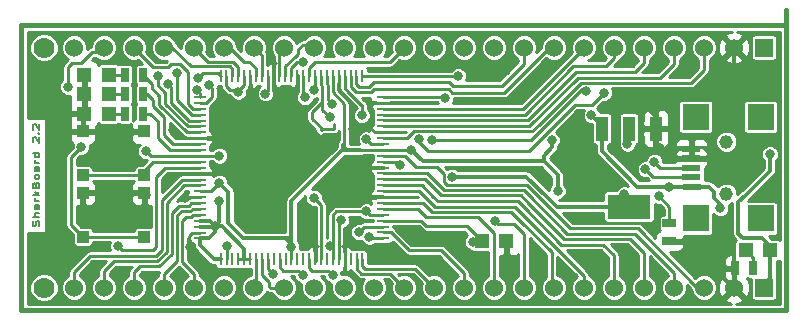
<source format=gtl>
G04 (created by PCBNEW-RS274X (2012-01-19 BZR 3256)-stable) date Thu 07 Mar 2013 02:54:08 AM COT*
G01*
G70*
G90*
%MOIN*%
G04 Gerber Fmt 3.4, Leading zero omitted, Abs format*
%FSLAX34Y34*%
G04 APERTURE LIST*
%ADD10C,0.006000*%
%ADD11C,0.005000*%
%ADD12C,0.015000*%
%ADD13R,0.010000X0.040000*%
%ADD14R,0.040000X0.010000*%
%ADD15R,0.025000X0.045000*%
%ADD16R,0.047200X0.047200*%
%ADD17C,0.045400*%
%ADD18R,0.063000X0.021700*%
%ADD19R,0.090600X0.086600*%
%ADD20R,0.144000X0.080000*%
%ADD21R,0.040000X0.080000*%
%ADD22R,0.039400X0.039400*%
%ADD23R,0.045000X0.025000*%
%ADD24R,0.060000X0.060000*%
%ADD25C,0.060000*%
%ADD26C,0.070000*%
%ADD27C,0.031500*%
%ADD28C,0.009000*%
%ADD29C,0.014000*%
%ADD30C,0.010000*%
G04 APERTURE END LIST*
G54D10*
G54D11*
X44821Y-28443D02*
X44831Y-28400D01*
X44831Y-28329D01*
X44821Y-28300D01*
X44812Y-28286D01*
X44793Y-28271D01*
X44774Y-28271D01*
X44755Y-28286D01*
X44745Y-28300D01*
X44736Y-28329D01*
X44726Y-28386D01*
X44717Y-28414D01*
X44707Y-28429D01*
X44688Y-28443D01*
X44669Y-28443D01*
X44650Y-28429D01*
X44640Y-28414D01*
X44631Y-28386D01*
X44631Y-28314D01*
X44640Y-28271D01*
X44831Y-28143D02*
X44631Y-28143D01*
X44831Y-28014D02*
X44726Y-28014D01*
X44707Y-28028D01*
X44698Y-28057D01*
X44698Y-28100D01*
X44707Y-28128D01*
X44717Y-28143D01*
X44831Y-27743D02*
X44726Y-27743D01*
X44707Y-27757D01*
X44698Y-27786D01*
X44698Y-27843D01*
X44707Y-27872D01*
X44821Y-27743D02*
X44831Y-27772D01*
X44831Y-27843D01*
X44821Y-27872D01*
X44802Y-27886D01*
X44783Y-27886D01*
X44764Y-27872D01*
X44755Y-27843D01*
X44755Y-27772D01*
X44745Y-27743D01*
X44831Y-27601D02*
X44698Y-27601D01*
X44736Y-27601D02*
X44717Y-27586D01*
X44707Y-27572D01*
X44698Y-27543D01*
X44698Y-27515D01*
X44831Y-27415D02*
X44631Y-27415D01*
X44755Y-27386D02*
X44831Y-27300D01*
X44698Y-27300D02*
X44774Y-27415D01*
X44726Y-27072D02*
X44736Y-27029D01*
X44745Y-27014D01*
X44764Y-27000D01*
X44793Y-27000D01*
X44812Y-27014D01*
X44821Y-27029D01*
X44831Y-27057D01*
X44831Y-27172D01*
X44631Y-27172D01*
X44631Y-27072D01*
X44640Y-27043D01*
X44650Y-27029D01*
X44669Y-27014D01*
X44688Y-27014D01*
X44707Y-27029D01*
X44717Y-27043D01*
X44726Y-27072D01*
X44726Y-27172D01*
X44831Y-26829D02*
X44821Y-26857D01*
X44812Y-26872D01*
X44793Y-26886D01*
X44736Y-26886D01*
X44717Y-26872D01*
X44707Y-26857D01*
X44698Y-26829D01*
X44698Y-26786D01*
X44707Y-26757D01*
X44717Y-26743D01*
X44736Y-26729D01*
X44793Y-26729D01*
X44812Y-26743D01*
X44821Y-26757D01*
X44831Y-26786D01*
X44831Y-26829D01*
X44831Y-26472D02*
X44726Y-26472D01*
X44707Y-26486D01*
X44698Y-26515D01*
X44698Y-26572D01*
X44707Y-26601D01*
X44821Y-26472D02*
X44831Y-26501D01*
X44831Y-26572D01*
X44821Y-26601D01*
X44802Y-26615D01*
X44783Y-26615D01*
X44764Y-26601D01*
X44755Y-26572D01*
X44755Y-26501D01*
X44745Y-26472D01*
X44831Y-26330D02*
X44698Y-26330D01*
X44736Y-26330D02*
X44717Y-26315D01*
X44707Y-26301D01*
X44698Y-26272D01*
X44698Y-26244D01*
X44831Y-26015D02*
X44631Y-26015D01*
X44821Y-26015D02*
X44831Y-26044D01*
X44831Y-26101D01*
X44821Y-26129D01*
X44812Y-26144D01*
X44793Y-26158D01*
X44736Y-26158D01*
X44717Y-26144D01*
X44707Y-26129D01*
X44698Y-26101D01*
X44698Y-26044D01*
X44707Y-26015D01*
X44650Y-25658D02*
X44640Y-25644D01*
X44631Y-25615D01*
X44631Y-25544D01*
X44640Y-25515D01*
X44650Y-25501D01*
X44669Y-25486D01*
X44688Y-25486D01*
X44717Y-25501D01*
X44831Y-25672D01*
X44831Y-25486D01*
X44812Y-25358D02*
X44821Y-25343D01*
X44831Y-25358D01*
X44821Y-25372D01*
X44812Y-25358D01*
X44831Y-25358D01*
X44650Y-25229D02*
X44640Y-25215D01*
X44631Y-25186D01*
X44631Y-25115D01*
X44640Y-25086D01*
X44650Y-25072D01*
X44669Y-25057D01*
X44688Y-25057D01*
X44717Y-25072D01*
X44831Y-25243D01*
X44831Y-25057D01*
G54D12*
X44250Y-31250D02*
X44500Y-31250D01*
X44250Y-21750D02*
X44250Y-31250D01*
X69750Y-21750D02*
X69750Y-22000D01*
X44250Y-21750D02*
X69750Y-21750D01*
X69750Y-31250D02*
X44250Y-31250D01*
X69750Y-21250D02*
X69750Y-31250D01*
G54D13*
X50890Y-23450D03*
X55610Y-23450D03*
X55410Y-23450D03*
X55220Y-23450D03*
X55020Y-23450D03*
X54820Y-23450D03*
X54630Y-23450D03*
X54430Y-23450D03*
X54230Y-23450D03*
X54040Y-23450D03*
X53840Y-23450D03*
X53640Y-23450D03*
X53440Y-23450D03*
X53250Y-23450D03*
X53050Y-23450D03*
X52850Y-23450D03*
X52660Y-23450D03*
X52460Y-23450D03*
X52260Y-23450D03*
X52070Y-23450D03*
X51870Y-23450D03*
X51670Y-23450D03*
X51480Y-23450D03*
X51280Y-23450D03*
X51080Y-23450D03*
G54D14*
X56300Y-24140D03*
X56300Y-28860D03*
X56300Y-28660D03*
X56300Y-28470D03*
X56300Y-28270D03*
X56300Y-28070D03*
X56300Y-27880D03*
X56300Y-27680D03*
X56300Y-27480D03*
X56300Y-27290D03*
X56300Y-27090D03*
X56300Y-26890D03*
X56300Y-26690D03*
X56300Y-26500D03*
X56300Y-26300D03*
X56300Y-26100D03*
X56300Y-25910D03*
X56300Y-25710D03*
X56300Y-25510D03*
X56300Y-25320D03*
X56300Y-25120D03*
X56300Y-24920D03*
X56300Y-24730D03*
X56300Y-24530D03*
X56300Y-24330D03*
X50200Y-24140D03*
X50200Y-24340D03*
X50200Y-24530D03*
X50200Y-24730D03*
X50200Y-24930D03*
X50200Y-25120D03*
X50200Y-25320D03*
X50200Y-25520D03*
X50200Y-25710D03*
X50200Y-25910D03*
X50200Y-26110D03*
X50200Y-26310D03*
X50200Y-26500D03*
X50200Y-26700D03*
X50200Y-26900D03*
X50200Y-27090D03*
X50200Y-27290D03*
X50200Y-27490D03*
X50200Y-27680D03*
X50200Y-27880D03*
X50200Y-28080D03*
X50200Y-28270D03*
X50200Y-28470D03*
X50200Y-28670D03*
X50200Y-28860D03*
G54D13*
X50890Y-29550D03*
X51090Y-29550D03*
X51280Y-29550D03*
X51480Y-29550D03*
X51680Y-29550D03*
X51870Y-29550D03*
X52070Y-29550D03*
X52270Y-29550D03*
X52460Y-29550D03*
X52660Y-29550D03*
X52860Y-29550D03*
X53060Y-29550D03*
X53250Y-29550D03*
X53450Y-29550D03*
X53650Y-29550D03*
X53840Y-29550D03*
X54040Y-29550D03*
X54240Y-29550D03*
X54430Y-29550D03*
X54630Y-29550D03*
X54830Y-29550D03*
X55020Y-29550D03*
X55220Y-29550D03*
X55420Y-29550D03*
X55610Y-29550D03*
G54D15*
X47700Y-23400D03*
X48300Y-23400D03*
X47700Y-24050D03*
X48300Y-24050D03*
X68650Y-29850D03*
X68050Y-29850D03*
G54D16*
X69213Y-29250D03*
X68387Y-29250D03*
G54D17*
X67744Y-25634D03*
X67744Y-27366D03*
G54D18*
X66582Y-26500D03*
X66582Y-26185D03*
X66582Y-25868D03*
X66582Y-26815D03*
X66584Y-27130D03*
G54D19*
X66720Y-24808D03*
X66720Y-28192D03*
X68885Y-28192D03*
X68885Y-24808D03*
G54D20*
X64500Y-27800D03*
G54D21*
X64500Y-25200D03*
X63600Y-25200D03*
X65400Y-25200D03*
G54D16*
X47163Y-23400D03*
X46337Y-23400D03*
X47163Y-24050D03*
X46337Y-24050D03*
X59587Y-28950D03*
X60413Y-28950D03*
G54D15*
X47700Y-24700D03*
X48300Y-24700D03*
G54D16*
X47163Y-24700D03*
X46337Y-24700D03*
G54D22*
X46300Y-26750D03*
X46300Y-25293D03*
X48347Y-26750D03*
X48347Y-25293D03*
X46300Y-28800D03*
X46300Y-27343D03*
X48347Y-28800D03*
X48347Y-27343D03*
G54D23*
X65850Y-28950D03*
X65850Y-28350D03*
G54D24*
X69000Y-22500D03*
G54D25*
X68000Y-22500D03*
X67000Y-22500D03*
X66000Y-22500D03*
X65000Y-22500D03*
X64000Y-22500D03*
X63000Y-22500D03*
X62000Y-22500D03*
X61000Y-22500D03*
X60000Y-22500D03*
X59000Y-22500D03*
X58000Y-22500D03*
X57000Y-22500D03*
X56000Y-22500D03*
X55000Y-22500D03*
X54000Y-22500D03*
X53000Y-22500D03*
X52000Y-22500D03*
X51000Y-22500D03*
X50000Y-22500D03*
X49000Y-22500D03*
X48000Y-22500D03*
X47000Y-22500D03*
X46000Y-22500D03*
G54D26*
X45000Y-22500D03*
G54D24*
X69000Y-30500D03*
G54D25*
X68000Y-30500D03*
X67000Y-30500D03*
X66000Y-30500D03*
X65000Y-30500D03*
X64000Y-30500D03*
X63000Y-30500D03*
X62000Y-30500D03*
X61000Y-30500D03*
X60000Y-30500D03*
X59000Y-30500D03*
X58000Y-30500D03*
X57000Y-30500D03*
X56000Y-30500D03*
X55000Y-30500D03*
X54000Y-30500D03*
X53000Y-30500D03*
X52000Y-30500D03*
X51000Y-30500D03*
X50000Y-30500D03*
X49000Y-30500D03*
X48000Y-30500D03*
X47000Y-30500D03*
X46000Y-30500D03*
G54D26*
X45000Y-30500D03*
G54D27*
X61930Y-25580D03*
X62125Y-27275D03*
X57250Y-25910D03*
X53250Y-29150D03*
X50850Y-27000D03*
X55750Y-25550D03*
X58600Y-26800D03*
X69200Y-26050D03*
X52380Y-24030D03*
X51480Y-23970D03*
X64450Y-25700D03*
X55750Y-27950D03*
X54550Y-29120D03*
X50850Y-27600D03*
X50850Y-26100D03*
X55590Y-24760D03*
X50700Y-28450D03*
X64350Y-27385D03*
X48400Y-25950D03*
X63250Y-24750D03*
X67550Y-27850D03*
X65850Y-27150D03*
X58800Y-23450D03*
X50500Y-23750D03*
X58375Y-24175D03*
X50100Y-23900D03*
X47470Y-29110D03*
X55500Y-28650D03*
X51090Y-29120D03*
X54900Y-28250D03*
X55850Y-28800D03*
X59290Y-28970D03*
X54000Y-27510D03*
X48347Y-26750D03*
X45800Y-23800D03*
X49450Y-23350D03*
X49150Y-23700D03*
X48800Y-23450D03*
X53990Y-23900D03*
X53700Y-24160D03*
X46250Y-25800D03*
X50150Y-23500D03*
X52630Y-30060D03*
X53620Y-30070D03*
X54620Y-30070D03*
X56875Y-26400D03*
X60050Y-28275D03*
X54610Y-24390D03*
X57930Y-25570D03*
X63080Y-23950D03*
X63670Y-24000D03*
X54520Y-24820D03*
X57490Y-25560D03*
X53625Y-22975D03*
X65050Y-26550D03*
X65350Y-26300D03*
X52640Y-24610D03*
X64450Y-29850D03*
X61425Y-29850D03*
X59500Y-29850D03*
X51840Y-24550D03*
X65325Y-29850D03*
X49700Y-27500D03*
X48400Y-27400D03*
X63950Y-24500D03*
X48350Y-25300D03*
X55150Y-28950D03*
X55300Y-26500D03*
X57400Y-28850D03*
X55300Y-25200D03*
X53950Y-28750D03*
X60625Y-29625D03*
X62225Y-29850D03*
X63475Y-29850D03*
X49870Y-29150D03*
X68150Y-26350D03*
X61650Y-26850D03*
X62700Y-27100D03*
X62700Y-28150D03*
X63100Y-28150D03*
X47750Y-28250D03*
X51250Y-26500D03*
X54000Y-25750D03*
X68150Y-27000D03*
X55300Y-27450D03*
X49250Y-26850D03*
X65550Y-25850D03*
X49300Y-25250D03*
X65500Y-27450D03*
G54D28*
X69750Y-31250D02*
X44250Y-31250D01*
X69750Y-21250D02*
X69750Y-31250D01*
X55550Y-25910D02*
X56300Y-25910D01*
X53250Y-29050D02*
X53050Y-28850D01*
G54D29*
X61651Y-26099D02*
X61930Y-25820D01*
G54D28*
X55010Y-24370D02*
X54630Y-23990D01*
X50850Y-27000D02*
X50560Y-27290D01*
X50560Y-27290D02*
X50200Y-27290D01*
G54D29*
X55550Y-25910D02*
X55110Y-25910D01*
G54D28*
X54630Y-23450D02*
X54630Y-23700D01*
G54D29*
X55150Y-25910D02*
X54950Y-25910D01*
G54D28*
X54950Y-25820D02*
X54950Y-25910D01*
G54D29*
X53250Y-28850D02*
X53050Y-28850D01*
X53050Y-28850D02*
X51650Y-28850D01*
G54D28*
X55010Y-25760D02*
X54950Y-25820D01*
G54D29*
X53250Y-27610D02*
X54950Y-25910D01*
X53250Y-28850D02*
X53250Y-27610D01*
X55110Y-25910D02*
X55150Y-25910D01*
X57250Y-25910D02*
X57620Y-26280D01*
X57620Y-26280D02*
X61650Y-26280D01*
G54D28*
X53250Y-29150D02*
X53250Y-29050D01*
G54D29*
X61650Y-26280D02*
X61651Y-26281D01*
X51150Y-27300D02*
X50850Y-27000D01*
X61930Y-25820D02*
X61930Y-25580D01*
X61651Y-26281D02*
X61651Y-26099D01*
X61651Y-26281D02*
X62125Y-26755D01*
G54D28*
X53250Y-29550D02*
X53250Y-29150D01*
X54950Y-25710D02*
X54950Y-25820D01*
X54950Y-25710D02*
X54950Y-25750D01*
X55010Y-25150D02*
X55010Y-25760D01*
G54D29*
X51150Y-28350D02*
X51150Y-27300D01*
X62125Y-26755D02*
X62125Y-27275D01*
G54D28*
X55010Y-25150D02*
X55010Y-24370D01*
X54950Y-25750D02*
X55110Y-25910D01*
X56300Y-25910D02*
X57250Y-25910D01*
X54630Y-23700D02*
X54630Y-23990D01*
G54D29*
X53250Y-29150D02*
X53250Y-28850D01*
X51650Y-28850D02*
X51150Y-28350D01*
G54D28*
X55582Y-24412D02*
X55150Y-23980D01*
G54D29*
X62100Y-27800D02*
X61767Y-27467D01*
G54D28*
X55020Y-23850D02*
X55020Y-23450D01*
G54D29*
X61083Y-26800D02*
X61767Y-27484D01*
X64500Y-27535D02*
X64350Y-27385D01*
X50700Y-28650D02*
X50700Y-28450D01*
X68300Y-28850D02*
X68150Y-28700D01*
G54D28*
X55750Y-27950D02*
X54750Y-27950D01*
G54D29*
X69200Y-26600D02*
X69200Y-26050D01*
X50200Y-28860D02*
X50490Y-28860D01*
X50490Y-28860D02*
X50700Y-28650D01*
X61767Y-27484D02*
X61767Y-27467D01*
X58600Y-26800D02*
X61083Y-26800D01*
G54D28*
X50850Y-26100D02*
X50840Y-26110D01*
G54D29*
X50520Y-28270D02*
X50700Y-28450D01*
G54D28*
X51500Y-23950D02*
X51480Y-23970D01*
G54D29*
X50890Y-29550D02*
X50660Y-29550D01*
X68450Y-28850D02*
X68300Y-28850D01*
X50850Y-28300D02*
X50700Y-28450D01*
G54D28*
X51870Y-29550D02*
X51680Y-29550D01*
X56300Y-28070D02*
X55870Y-28070D01*
X54630Y-28070D02*
X54750Y-27950D01*
X52460Y-23450D02*
X52460Y-23950D01*
G54D29*
X64500Y-25200D02*
X64500Y-25650D01*
G54D28*
X56300Y-25710D02*
X55910Y-25710D01*
G54D29*
X69000Y-30400D02*
X69213Y-30187D01*
X69213Y-30187D02*
X69213Y-29250D01*
X69000Y-30500D02*
X69000Y-30400D01*
G54D28*
X54630Y-29550D02*
X54630Y-29130D01*
G54D29*
X64500Y-27800D02*
X64500Y-27535D01*
G54D28*
X51680Y-29550D02*
X51480Y-29550D01*
G54D29*
X68150Y-27650D02*
X68400Y-27400D01*
G54D28*
X51500Y-23900D02*
X51500Y-23950D01*
X50200Y-26110D02*
X48560Y-26110D01*
G54D29*
X50850Y-27600D02*
X50850Y-28300D01*
G54D28*
X55910Y-25710D02*
X55750Y-25550D01*
X51080Y-23780D02*
X51200Y-23900D01*
G54D29*
X50700Y-28450D02*
X50680Y-28470D01*
G54D28*
X51080Y-23450D02*
X51080Y-23780D01*
G54D29*
X54550Y-29120D02*
X54560Y-29130D01*
X51680Y-29550D02*
X51680Y-29200D01*
G54D28*
X51670Y-23730D02*
X51500Y-23900D01*
X51200Y-23900D02*
X51500Y-23900D01*
X48560Y-26110D02*
X48400Y-25950D01*
G54D29*
X68400Y-27400D02*
X69200Y-26600D01*
G54D28*
X51670Y-23450D02*
X51670Y-23730D01*
X50840Y-26110D02*
X50200Y-26110D01*
G54D29*
X50930Y-28450D02*
X50700Y-28450D01*
G54D28*
X55610Y-24740D02*
X55610Y-24440D01*
X55610Y-24440D02*
X55610Y-24412D01*
X55610Y-24412D02*
X55582Y-24412D01*
G54D29*
X50660Y-29550D02*
X50200Y-29090D01*
G54D28*
X55590Y-24760D02*
X55610Y-24740D01*
G54D29*
X64500Y-27800D02*
X62100Y-27800D01*
G54D28*
X55150Y-23980D02*
X55020Y-23850D01*
G54D29*
X50680Y-28470D02*
X50200Y-28470D01*
X69213Y-29113D02*
X68950Y-28850D01*
X68950Y-28850D02*
X68450Y-28850D01*
X51680Y-29200D02*
X50930Y-28450D01*
G54D28*
X54630Y-29130D02*
X54630Y-28070D01*
G54D29*
X68150Y-28700D02*
X68150Y-27650D01*
X50200Y-28270D02*
X50520Y-28270D01*
G54D28*
X55870Y-28070D02*
X55750Y-27950D01*
X52460Y-23950D02*
X52380Y-24030D01*
G54D29*
X64500Y-25650D02*
X64450Y-25700D01*
X50200Y-29090D02*
X50200Y-28860D01*
X54560Y-29130D02*
X54630Y-29130D01*
X69213Y-29250D02*
X69213Y-29113D01*
X63600Y-25100D02*
X63600Y-25200D01*
X63250Y-24750D02*
X63600Y-25100D01*
X67550Y-27850D02*
X67550Y-27700D01*
X67350Y-27500D02*
X67350Y-27300D01*
X67550Y-27700D02*
X67350Y-27500D01*
X67180Y-27130D02*
X66584Y-27130D01*
X67350Y-27300D02*
X67180Y-27130D01*
X65850Y-27150D02*
X65850Y-27130D01*
X65850Y-27130D02*
X65850Y-27150D01*
X65850Y-27150D02*
X65850Y-27130D01*
X66584Y-27130D02*
X65850Y-27130D01*
X65850Y-27130D02*
X64780Y-27130D01*
X63600Y-25950D02*
X63600Y-25200D01*
X64780Y-27130D02*
X63600Y-25950D01*
G54D28*
X49890Y-27940D02*
X49590Y-27940D01*
X49590Y-27940D02*
X49440Y-28090D01*
X49440Y-28090D02*
X49440Y-29600D01*
X49440Y-29600D02*
X49000Y-30040D01*
X49000Y-30040D02*
X49000Y-30500D01*
X49950Y-27880D02*
X49890Y-27940D01*
X50200Y-27880D02*
X49950Y-27880D01*
X48000Y-29990D02*
X48000Y-30500D01*
X48200Y-29790D02*
X48000Y-29990D01*
X49260Y-28000D02*
X49260Y-29370D01*
X49820Y-27770D02*
X49490Y-27770D01*
X48840Y-29790D02*
X48200Y-29790D01*
X49490Y-27770D02*
X49260Y-28000D01*
X49260Y-29370D02*
X48840Y-29790D01*
X50200Y-27680D02*
X49910Y-27680D01*
X49910Y-27680D02*
X49820Y-27770D01*
X49600Y-28290D02*
X49600Y-29640D01*
X49750Y-28140D02*
X49910Y-28140D01*
X49600Y-28290D02*
X49750Y-28140D01*
X49600Y-29640D02*
X50000Y-30040D01*
X49970Y-28080D02*
X49910Y-28140D01*
X50000Y-30040D02*
X50000Y-30500D01*
X50200Y-28080D02*
X49970Y-28080D01*
X58800Y-23450D02*
X58810Y-23450D01*
X55610Y-23450D02*
X58810Y-23450D01*
X50600Y-24150D02*
X50410Y-24340D01*
X50600Y-23850D02*
X50600Y-24150D01*
X50500Y-23750D02*
X50600Y-23850D01*
X50410Y-24340D02*
X50200Y-24340D01*
X58375Y-24175D02*
X58190Y-24140D01*
X58190Y-24140D02*
X56300Y-24140D01*
X50200Y-24000D02*
X50200Y-24140D01*
X50100Y-23900D02*
X50200Y-24000D01*
X48720Y-29440D02*
X46530Y-29440D01*
X49600Y-26900D02*
X48920Y-27580D01*
X46530Y-29440D02*
X46000Y-29970D01*
X48920Y-29240D02*
X48720Y-29440D01*
X46000Y-29970D02*
X46000Y-30500D01*
X48920Y-27580D02*
X48920Y-29240D01*
X50200Y-26900D02*
X49600Y-26900D01*
X49090Y-27670D02*
X49090Y-29300D01*
X49670Y-27090D02*
X49090Y-27670D01*
X50200Y-27090D02*
X49670Y-27090D01*
X47320Y-29620D02*
X47000Y-29940D01*
X48770Y-29620D02*
X47320Y-29620D01*
X49090Y-29300D02*
X48770Y-29620D01*
X47000Y-29940D02*
X47000Y-30500D01*
X48650Y-29250D02*
X47610Y-29250D01*
X48750Y-26800D02*
X48750Y-29150D01*
X50200Y-26500D02*
X49050Y-26500D01*
X49050Y-26500D02*
X48750Y-26800D01*
X47610Y-29250D02*
X47470Y-29110D01*
X48750Y-29150D02*
X48650Y-29250D01*
X55680Y-28470D02*
X55500Y-28650D01*
X56300Y-28470D02*
X55680Y-28470D01*
X51090Y-29120D02*
X51090Y-29550D01*
X54900Y-28250D02*
X54830Y-28320D01*
X54830Y-28320D02*
X54830Y-29550D01*
X56300Y-28860D02*
X55910Y-28860D01*
X55910Y-28860D02*
X55850Y-28800D01*
X59587Y-28950D02*
X59310Y-28950D01*
X59310Y-28950D02*
X59290Y-28970D01*
X57570Y-28270D02*
X57750Y-28450D01*
X56300Y-28270D02*
X57570Y-28270D01*
X59087Y-28450D02*
X59587Y-28950D01*
X57750Y-28450D02*
X59087Y-28450D01*
X49770Y-25320D02*
X48850Y-24400D01*
X50200Y-25320D02*
X49770Y-25320D01*
X48850Y-24100D02*
X48600Y-23850D01*
X48600Y-23850D02*
X48600Y-23700D01*
X48600Y-23700D02*
X48300Y-23400D01*
X48850Y-24400D02*
X48850Y-24100D01*
X48450Y-24050D02*
X48300Y-24050D01*
X48650Y-24450D02*
X48650Y-24250D01*
X49310Y-25710D02*
X49000Y-25400D01*
X50200Y-25710D02*
X49310Y-25710D01*
X48650Y-24250D02*
X48450Y-24050D01*
X49000Y-25400D02*
X49000Y-24800D01*
X49000Y-24800D02*
X48650Y-24450D01*
X49210Y-25910D02*
X48800Y-25500D01*
X48550Y-24700D02*
X48300Y-24700D01*
X48800Y-24950D02*
X48550Y-24700D01*
X48800Y-25500D02*
X48800Y-24950D01*
X50200Y-25910D02*
X49210Y-25910D01*
X54240Y-29550D02*
X54240Y-27750D01*
X54240Y-27750D02*
X54000Y-27510D01*
X48640Y-26310D02*
X48347Y-26603D01*
X46300Y-26750D02*
X48347Y-26750D01*
X50200Y-26310D02*
X48640Y-26310D01*
X48347Y-26603D02*
X48347Y-26750D01*
X48650Y-23150D02*
X48000Y-22500D01*
X49550Y-23050D02*
X49250Y-23050D01*
X49800Y-23300D02*
X49550Y-23050D01*
X49800Y-24378D02*
X49800Y-23300D01*
X49952Y-24530D02*
X49800Y-24378D01*
X50200Y-24530D02*
X49952Y-24530D01*
X49150Y-23150D02*
X48650Y-23150D01*
X49250Y-23050D02*
X49150Y-23150D01*
X52270Y-29550D02*
X52270Y-30090D01*
X52490Y-30310D02*
X52490Y-30440D01*
X52490Y-30440D02*
X52550Y-30500D01*
X52270Y-30090D02*
X52490Y-30310D01*
X52550Y-30500D02*
X53000Y-30500D01*
X45800Y-23800D02*
X45800Y-23150D01*
X45800Y-23150D02*
X45900Y-23050D01*
X45950Y-23000D02*
X46250Y-23000D01*
X46250Y-23000D02*
X46600Y-22650D01*
X46600Y-22650D02*
X46850Y-22650D01*
X46850Y-22650D02*
X47000Y-22500D01*
X45900Y-23050D02*
X45950Y-23000D01*
X50200Y-24730D02*
X49930Y-24730D01*
X49450Y-24250D02*
X49450Y-23350D01*
X49930Y-24730D02*
X49450Y-24250D01*
X50200Y-24930D02*
X49830Y-24930D01*
X49830Y-24930D02*
X49250Y-24350D01*
X49250Y-24350D02*
X49250Y-23800D01*
X49250Y-23800D02*
X49150Y-23700D01*
X55610Y-29795D02*
X55685Y-29870D01*
X57370Y-29870D02*
X58000Y-30500D01*
X55610Y-29550D02*
X55610Y-29795D01*
X55685Y-29870D02*
X57370Y-29870D01*
X57938Y-27713D02*
X58025Y-27800D01*
X60700Y-27800D02*
X61075Y-28175D01*
X61075Y-28175D02*
X63000Y-30100D01*
X58025Y-27800D02*
X60700Y-27800D01*
X57515Y-27290D02*
X57938Y-27713D01*
X56300Y-27290D02*
X57515Y-27290D01*
X63000Y-30100D02*
X63000Y-30500D01*
X49050Y-24378D02*
X49050Y-24250D01*
X50200Y-25120D02*
X49792Y-25120D01*
X49050Y-24000D02*
X48800Y-23750D01*
X49050Y-24250D02*
X49050Y-24000D01*
X49792Y-25120D02*
X49050Y-24378D01*
X48800Y-23750D02*
X48800Y-23450D01*
X65775Y-29775D02*
X66000Y-30000D01*
X66000Y-30000D02*
X66000Y-30500D01*
X64700Y-28700D02*
X65775Y-29775D01*
X62450Y-28700D02*
X64700Y-28700D01*
X61000Y-27250D02*
X58325Y-27250D01*
X58325Y-27250D02*
X58200Y-27125D01*
X61138Y-27388D02*
X61000Y-27250D01*
X57765Y-26690D02*
X58200Y-27125D01*
X61138Y-27388D02*
X62450Y-28700D01*
X56300Y-26690D02*
X57765Y-26690D01*
X57243Y-25382D02*
X57335Y-25290D01*
X61500Y-25070D02*
X61500Y-25075D01*
X61280Y-25290D02*
X61500Y-25070D01*
X56300Y-25510D02*
X57115Y-25510D01*
X57115Y-25510D02*
X57243Y-25382D01*
X67000Y-23250D02*
X67000Y-22500D01*
X66575Y-23675D02*
X67000Y-23250D01*
X57335Y-25290D02*
X61280Y-25290D01*
X61500Y-25075D02*
X62900Y-23675D01*
X62900Y-23675D02*
X66575Y-23675D01*
X66000Y-23050D02*
X66000Y-22500D01*
X65550Y-23500D02*
X66000Y-23050D01*
X62800Y-23500D02*
X65550Y-23500D01*
X61180Y-25120D02*
X62800Y-23500D01*
X56300Y-25120D02*
X61180Y-25120D01*
X56300Y-24730D02*
X61020Y-24730D01*
X64000Y-22850D02*
X64000Y-22500D01*
X63750Y-23100D02*
X64000Y-22850D01*
X62650Y-23100D02*
X63750Y-23100D01*
X61020Y-24730D02*
X62650Y-23100D01*
X56300Y-24530D02*
X60970Y-24530D01*
X60970Y-24530D02*
X63000Y-22500D01*
X58000Y-22500D02*
X58010Y-22490D01*
X58000Y-22590D02*
X58000Y-22490D01*
X58000Y-22590D02*
X58000Y-22500D01*
X58010Y-22490D02*
X58000Y-22490D01*
X54040Y-23830D02*
X53990Y-23900D01*
X54040Y-23450D02*
X54040Y-23830D01*
X53840Y-23450D02*
X53840Y-23180D01*
X56520Y-22980D02*
X57000Y-22500D01*
X54040Y-22980D02*
X56520Y-22980D01*
X53840Y-23180D02*
X54040Y-22980D01*
X53640Y-24100D02*
X53700Y-24160D01*
X53640Y-23450D02*
X53640Y-24100D01*
X52260Y-22760D02*
X52000Y-22500D01*
X52260Y-23450D02*
X52260Y-22760D01*
X52070Y-23450D02*
X52070Y-23195D01*
X51200Y-22500D02*
X51000Y-22500D01*
X51675Y-22975D02*
X51200Y-22500D01*
X51850Y-22975D02*
X51675Y-22975D01*
X52070Y-23195D02*
X51850Y-22975D01*
X51280Y-23450D02*
X51280Y-23205D01*
X49275Y-22500D02*
X49000Y-22500D01*
X49900Y-23125D02*
X49275Y-22500D01*
X51200Y-23125D02*
X49900Y-23125D01*
X51280Y-23205D02*
X51200Y-23125D01*
X50300Y-23350D02*
X50150Y-23500D01*
X50790Y-23350D02*
X50300Y-23350D01*
X50890Y-23450D02*
X50790Y-23350D01*
X45900Y-26150D02*
X45900Y-28400D01*
X48347Y-28800D02*
X46300Y-28800D01*
X45900Y-28400D02*
X46300Y-28800D01*
X46250Y-25800D02*
X45900Y-26150D01*
X52070Y-30430D02*
X52000Y-30500D01*
X52070Y-29550D02*
X52070Y-30430D01*
X52460Y-29890D02*
X52630Y-30060D01*
X52460Y-29550D02*
X52460Y-29890D01*
X52860Y-29820D02*
X52970Y-29930D01*
X52970Y-29930D02*
X53480Y-29930D01*
X53480Y-29930D02*
X53620Y-30070D01*
X52860Y-29550D02*
X52860Y-29820D01*
X53840Y-29550D02*
X53840Y-29830D01*
X54470Y-29940D02*
X54620Y-30070D01*
X53840Y-29830D02*
X53950Y-29940D01*
X53950Y-29940D02*
X54470Y-29940D01*
X55580Y-30030D02*
X56530Y-30030D01*
X55420Y-29550D02*
X55420Y-29870D01*
X56530Y-30030D02*
X57000Y-30500D01*
X55420Y-29870D02*
X55580Y-30030D01*
X56300Y-28660D02*
X56580Y-28660D01*
X56580Y-28660D02*
X57173Y-29253D01*
X58228Y-29253D02*
X59000Y-30025D01*
X59000Y-30025D02*
X59000Y-30500D01*
X57173Y-29253D02*
X58228Y-29253D01*
X56300Y-27880D02*
X57480Y-27880D01*
X60000Y-28675D02*
X60000Y-30500D01*
X59475Y-28150D02*
X60000Y-28675D01*
X57750Y-28150D02*
X59475Y-28150D01*
X57480Y-27880D02*
X57750Y-28150D01*
X61925Y-30425D02*
X62000Y-30500D01*
X61925Y-29325D02*
X61925Y-29750D01*
X60900Y-28300D02*
X61925Y-29325D01*
X56300Y-27680D02*
X57630Y-27680D01*
X57630Y-27680D02*
X57800Y-27850D01*
X61925Y-29750D02*
X61925Y-30425D01*
X60575Y-27975D02*
X57925Y-27975D01*
X57925Y-27975D02*
X57800Y-27850D01*
X60900Y-28300D02*
X60575Y-27975D01*
X63550Y-29075D02*
X63650Y-29075D01*
X56300Y-27090D02*
X57590Y-27090D01*
X57590Y-27090D02*
X57975Y-27475D01*
X60800Y-27625D02*
X58125Y-27625D01*
X58125Y-27625D02*
X57975Y-27475D01*
X60988Y-27813D02*
X60800Y-27625D01*
X63650Y-29075D02*
X64000Y-29425D01*
X64000Y-29425D02*
X64000Y-30500D01*
X62250Y-29075D02*
X63550Y-29075D01*
X60988Y-27813D02*
X62250Y-29075D01*
X56300Y-26890D02*
X57690Y-26890D01*
X65000Y-29350D02*
X65000Y-30500D01*
X64525Y-28875D02*
X65000Y-29350D01*
X62350Y-28875D02*
X64525Y-28875D01*
X61175Y-27700D02*
X62350Y-28875D01*
X57690Y-26890D02*
X58125Y-27325D01*
X58225Y-27425D02*
X60900Y-27425D01*
X60900Y-27425D02*
X61175Y-27700D01*
X58125Y-27325D02*
X58225Y-27425D01*
X60675Y-28375D02*
X61000Y-28700D01*
X61000Y-28700D02*
X61000Y-29000D01*
X60450Y-28375D02*
X60675Y-28375D01*
X60150Y-28375D02*
X60050Y-28275D01*
X61000Y-29000D02*
X61000Y-30500D01*
X60450Y-28375D02*
X60150Y-28375D01*
X56775Y-26300D02*
X56875Y-26400D01*
X56300Y-26300D02*
X56775Y-26300D01*
X56300Y-26100D02*
X56975Y-26100D01*
X56975Y-26100D02*
X57025Y-26100D01*
X57025Y-26100D02*
X57125Y-26200D01*
X58363Y-27013D02*
X58425Y-27075D01*
X61100Y-27075D02*
X61175Y-27150D01*
X58425Y-27075D02*
X61100Y-27075D01*
X61175Y-27150D02*
X62550Y-28525D01*
X64800Y-28525D02*
X66775Y-30500D01*
X62550Y-28525D02*
X64800Y-28525D01*
X66775Y-30500D02*
X67000Y-30500D01*
X58325Y-26700D02*
X58325Y-26975D01*
X58325Y-26975D02*
X58363Y-27013D01*
X58105Y-26480D02*
X57405Y-26480D01*
X57405Y-26480D02*
X57125Y-26200D01*
X58325Y-26700D02*
X58105Y-26480D01*
X65000Y-23000D02*
X65000Y-22500D01*
X64700Y-23300D02*
X65000Y-23000D01*
X62750Y-23300D02*
X64700Y-23300D01*
X61130Y-24920D02*
X62750Y-23300D01*
X56300Y-24920D02*
X61130Y-24920D01*
X58630Y-23770D02*
X60260Y-23770D01*
X60260Y-23770D02*
X61000Y-23030D01*
X61000Y-23030D02*
X61000Y-22500D01*
X55410Y-23450D02*
X55410Y-23700D01*
X58490Y-23630D02*
X58560Y-23700D01*
X56010Y-23630D02*
X58490Y-23630D01*
X55840Y-23800D02*
X56010Y-23630D01*
X55510Y-23800D02*
X55840Y-23800D01*
X55410Y-23700D02*
X55510Y-23800D01*
X58560Y-23700D02*
X58630Y-23770D01*
X55220Y-23800D02*
X55400Y-23980D01*
X55400Y-23980D02*
X55910Y-23980D01*
X55910Y-23980D02*
X56000Y-23890D01*
X56000Y-23890D02*
X58500Y-23890D01*
X58500Y-23890D02*
X58610Y-24000D01*
X58610Y-24000D02*
X60330Y-24000D01*
X60330Y-24000D02*
X61830Y-22500D01*
X61830Y-22500D02*
X62000Y-22500D01*
X55220Y-23450D02*
X55220Y-23800D01*
X54430Y-23700D02*
X54460Y-23730D01*
X54460Y-23730D02*
X54460Y-24140D01*
X54430Y-23450D02*
X54430Y-23700D01*
X54460Y-24140D02*
X54460Y-24240D01*
X54460Y-24240D02*
X54610Y-24390D01*
X57930Y-25570D02*
X61250Y-25570D01*
X61250Y-25570D02*
X62950Y-23870D01*
X62950Y-23870D02*
X62970Y-23870D01*
X62970Y-23870D02*
X63080Y-23950D01*
X57490Y-25640D02*
X57790Y-25940D01*
X59420Y-25940D02*
X61170Y-25940D01*
X54660Y-25200D02*
X54670Y-25190D01*
X54230Y-23740D02*
X54280Y-23790D01*
X54280Y-23790D02*
X54280Y-24240D01*
X54280Y-24240D02*
X54280Y-24310D01*
X54220Y-25160D02*
X54220Y-25250D01*
X54220Y-25250D02*
X54270Y-25200D01*
X54270Y-25200D02*
X54660Y-25200D01*
X54230Y-23450D02*
X54230Y-23740D01*
X53930Y-24660D02*
X53930Y-24870D01*
X53930Y-24870D02*
X54220Y-25160D01*
X54280Y-24310D02*
X53930Y-24660D01*
X54670Y-25190D02*
X54670Y-25030D01*
X61170Y-25940D02*
X62700Y-24410D01*
X62700Y-24410D02*
X63260Y-24410D01*
X63260Y-24410D02*
X63670Y-24000D01*
X57490Y-25560D02*
X57490Y-25640D01*
X54280Y-24580D02*
X54520Y-24820D01*
X54280Y-24240D02*
X54280Y-24580D01*
X57790Y-25940D02*
X59420Y-25940D01*
X53250Y-23450D02*
X53250Y-23175D01*
X53450Y-22975D02*
X53625Y-22975D01*
X53250Y-23175D02*
X53450Y-22975D01*
X53050Y-23125D02*
X53388Y-22787D01*
X53050Y-23450D02*
X53050Y-23125D01*
X53475Y-22700D02*
X53475Y-22550D01*
X53475Y-22550D02*
X53625Y-22400D01*
X53625Y-22400D02*
X53900Y-22400D01*
X53900Y-22400D02*
X54000Y-22500D01*
X53388Y-22787D02*
X53475Y-22700D01*
X52850Y-22650D02*
X53000Y-22500D01*
X52850Y-23450D02*
X52850Y-22650D01*
X51480Y-23450D02*
X51480Y-23155D01*
X50468Y-22968D02*
X50000Y-22500D01*
X51293Y-22968D02*
X50468Y-22968D01*
X51480Y-23155D02*
X51293Y-22968D01*
X65050Y-26550D02*
X65315Y-26815D01*
X65315Y-26815D02*
X65050Y-26550D01*
X66582Y-26815D02*
X65315Y-26815D01*
X65650Y-26500D02*
X66582Y-26500D01*
X65350Y-26300D02*
X65550Y-26500D01*
X65550Y-26500D02*
X65650Y-26500D01*
G54D29*
X65550Y-25800D02*
X65550Y-25786D01*
G54D28*
X52770Y-23860D02*
X52730Y-23860D01*
X52730Y-23860D02*
X52660Y-23790D01*
X53440Y-23450D02*
X53440Y-23780D01*
X52770Y-23860D02*
X52660Y-23970D01*
X53360Y-23860D02*
X52770Y-23860D01*
X53440Y-23780D02*
X53360Y-23860D01*
X55900Y-25100D02*
X55850Y-25100D01*
G54D29*
X55300Y-25200D02*
X55300Y-24840D01*
G54D28*
X58625Y-28975D02*
X57850Y-28975D01*
X59500Y-29850D02*
X58625Y-28975D01*
X57850Y-28975D02*
X57525Y-28975D01*
X55980Y-24330D02*
X55900Y-24410D01*
X55900Y-25100D02*
X55900Y-25200D01*
X55900Y-24410D02*
X55900Y-25100D01*
X56300Y-24330D02*
X55980Y-24330D01*
X55850Y-25100D02*
X55750Y-25200D01*
X50200Y-28670D02*
X49920Y-28670D01*
G54D29*
X65550Y-25850D02*
X65550Y-25786D01*
G54D28*
X56300Y-26500D02*
X55300Y-26500D01*
X57525Y-28975D02*
X57400Y-28850D01*
X50200Y-27490D02*
X49710Y-27490D01*
G54D29*
X68000Y-25100D02*
X68000Y-22500D01*
X65550Y-25950D02*
X65632Y-25868D01*
X68150Y-26000D02*
X68150Y-25400D01*
G54D28*
X60413Y-28950D02*
X60413Y-29413D01*
X55750Y-25200D02*
X55300Y-25200D01*
X55900Y-25200D02*
X55750Y-25200D01*
X56300Y-25320D02*
X56020Y-25320D01*
X56020Y-25320D02*
X55900Y-25200D01*
X55020Y-29080D02*
X55150Y-28950D01*
X49820Y-28770D02*
X49820Y-29100D01*
G54D29*
X68050Y-30450D02*
X68000Y-30500D01*
X65632Y-25868D02*
X66582Y-25868D01*
G54D28*
X52660Y-23790D02*
X52660Y-23970D01*
X52660Y-23450D02*
X52660Y-23790D01*
X52660Y-23970D02*
X52660Y-24590D01*
G54D29*
X52660Y-24590D02*
X52640Y-24610D01*
G54D28*
X63950Y-24500D02*
X64000Y-24550D01*
G54D29*
X66582Y-26185D02*
X65685Y-26185D01*
X65550Y-25786D02*
X65632Y-25868D01*
G54D28*
X46337Y-24050D02*
X46337Y-23400D01*
G54D29*
X56300Y-27480D02*
X55330Y-27480D01*
G54D28*
X49920Y-28670D02*
X49820Y-28770D01*
X54040Y-28840D02*
X53950Y-28750D01*
X50200Y-25520D02*
X49570Y-25520D01*
X54040Y-29550D02*
X54040Y-28840D01*
X65400Y-24800D02*
X65400Y-25200D01*
G54D29*
X68050Y-29850D02*
X68050Y-30450D01*
G54D28*
X55020Y-29550D02*
X55020Y-29080D01*
G54D29*
X48347Y-27347D02*
X48347Y-27343D01*
X46300Y-24737D02*
X46337Y-24700D01*
G54D28*
X50200Y-26700D02*
X49400Y-26700D01*
X49710Y-27490D02*
X49700Y-27500D01*
G54D29*
X68150Y-26350D02*
X68150Y-26000D01*
X55330Y-27480D02*
X55300Y-27450D01*
G54D28*
X64000Y-24550D02*
X65150Y-24550D01*
X65150Y-24550D02*
X65400Y-24800D01*
X60413Y-29413D02*
X60625Y-29625D01*
X63475Y-29850D02*
X63475Y-29825D01*
G54D29*
X48350Y-25300D02*
X48347Y-25297D01*
G54D28*
X49820Y-29100D02*
X49870Y-29150D01*
G54D29*
X51870Y-24520D02*
X51840Y-24550D01*
X48347Y-25297D02*
X48347Y-25293D01*
G54D28*
X46337Y-24700D02*
X46337Y-24050D01*
G54D29*
X63100Y-28150D02*
X62700Y-28150D01*
X46300Y-27800D02*
X46750Y-28250D01*
X46750Y-28250D02*
X47750Y-28250D01*
X46300Y-27343D02*
X46300Y-27800D01*
X53250Y-26500D02*
X54000Y-25750D01*
X51250Y-26500D02*
X53250Y-26500D01*
G54D28*
X54820Y-23450D02*
X54820Y-23890D01*
X55300Y-24370D02*
X55300Y-24840D01*
X54820Y-23890D02*
X55300Y-24370D01*
G54D29*
X68150Y-27000D02*
X68150Y-26350D01*
X46300Y-25293D02*
X46300Y-24737D01*
X65550Y-25950D02*
X65550Y-25850D01*
G54D28*
X49400Y-26700D02*
X49250Y-26850D01*
G54D29*
X65685Y-26185D02*
X65550Y-26050D01*
G54D28*
X49570Y-25520D02*
X49300Y-25250D01*
G54D29*
X68150Y-25400D02*
X68000Y-25250D01*
X68000Y-29300D02*
X67650Y-28950D01*
X67650Y-28950D02*
X65850Y-28950D01*
X68000Y-30500D02*
X68000Y-29300D01*
X67950Y-26185D02*
X67985Y-26185D01*
X67985Y-26185D02*
X68150Y-26350D01*
X48347Y-27343D02*
X46300Y-27343D01*
X65400Y-25200D02*
X65400Y-25636D01*
X65400Y-25636D02*
X65550Y-25786D01*
X48400Y-27400D02*
X48347Y-27347D01*
G54D28*
X51870Y-23450D02*
X51870Y-24520D01*
G54D29*
X65550Y-26050D02*
X65550Y-25950D01*
X48347Y-25293D02*
X46300Y-25293D01*
X66582Y-26185D02*
X67950Y-26185D01*
X67965Y-26185D02*
X68150Y-26000D01*
X67950Y-26185D02*
X67965Y-26185D01*
X68000Y-25250D02*
X68000Y-25100D01*
X65550Y-25786D02*
X65550Y-25800D01*
G54D28*
X47700Y-23400D02*
X47163Y-23400D01*
X47163Y-24050D02*
X47700Y-24050D01*
X47163Y-24700D02*
X47700Y-24700D01*
X65500Y-27450D02*
X65850Y-27800D01*
X65850Y-27800D02*
X65850Y-28350D01*
X68650Y-29850D02*
X68650Y-29513D01*
X68650Y-29513D02*
X68387Y-29250D01*
G54D10*
G36*
X48565Y-28464D02*
X48516Y-28464D01*
X48297Y-28464D01*
X48297Y-27728D01*
X48297Y-27393D01*
X47962Y-27393D01*
X47900Y-27455D01*
X47901Y-27589D01*
X47939Y-27681D01*
X48009Y-27751D01*
X48100Y-27789D01*
X48199Y-27789D01*
X48235Y-27790D01*
X48297Y-27728D01*
X48297Y-28464D01*
X48122Y-28464D01*
X48071Y-28485D01*
X48032Y-28525D01*
X48011Y-28576D01*
X48011Y-28615D01*
X46747Y-28615D01*
X46747Y-27455D01*
X46685Y-27393D01*
X46350Y-27393D01*
X46350Y-27728D01*
X46412Y-27790D01*
X46448Y-27789D01*
X46547Y-27789D01*
X46638Y-27751D01*
X46708Y-27681D01*
X46746Y-27589D01*
X46747Y-27455D01*
X46747Y-28615D01*
X46636Y-28615D01*
X46636Y-28575D01*
X46615Y-28524D01*
X46575Y-28485D01*
X46524Y-28464D01*
X46469Y-28464D01*
X46225Y-28464D01*
X46085Y-28323D01*
X46085Y-27789D01*
X46152Y-27789D01*
X46188Y-27790D01*
X46250Y-27728D01*
X46250Y-27443D01*
X46250Y-27393D01*
X46250Y-27293D01*
X46350Y-27293D01*
X46400Y-27293D01*
X46685Y-27293D01*
X46747Y-27231D01*
X46746Y-27097D01*
X46708Y-27005D01*
X46638Y-26935D01*
X48009Y-26935D01*
X47939Y-27005D01*
X47901Y-27097D01*
X47900Y-27231D01*
X47962Y-27293D01*
X48247Y-27293D01*
X48297Y-27293D01*
X48397Y-27293D01*
X48397Y-27393D01*
X48397Y-27443D01*
X48397Y-27728D01*
X48459Y-27790D01*
X48495Y-27789D01*
X48565Y-27789D01*
X48565Y-28464D01*
X48565Y-28464D01*
G37*
G54D30*
X48565Y-28464D02*
X48516Y-28464D01*
X48297Y-28464D01*
X48297Y-27728D01*
X48297Y-27393D01*
X47962Y-27393D01*
X47900Y-27455D01*
X47901Y-27589D01*
X47939Y-27681D01*
X48009Y-27751D01*
X48100Y-27789D01*
X48199Y-27789D01*
X48235Y-27790D01*
X48297Y-27728D01*
X48297Y-28464D01*
X48122Y-28464D01*
X48071Y-28485D01*
X48032Y-28525D01*
X48011Y-28576D01*
X48011Y-28615D01*
X46747Y-28615D01*
X46747Y-27455D01*
X46685Y-27393D01*
X46350Y-27393D01*
X46350Y-27728D01*
X46412Y-27790D01*
X46448Y-27789D01*
X46547Y-27789D01*
X46638Y-27751D01*
X46708Y-27681D01*
X46746Y-27589D01*
X46747Y-27455D01*
X46747Y-28615D01*
X46636Y-28615D01*
X46636Y-28575D01*
X46615Y-28524D01*
X46575Y-28485D01*
X46524Y-28464D01*
X46469Y-28464D01*
X46225Y-28464D01*
X46085Y-28323D01*
X46085Y-27789D01*
X46152Y-27789D01*
X46188Y-27790D01*
X46250Y-27728D01*
X46250Y-27443D01*
X46250Y-27393D01*
X46250Y-27293D01*
X46350Y-27293D01*
X46400Y-27293D01*
X46685Y-27293D01*
X46747Y-27231D01*
X46746Y-27097D01*
X46708Y-27005D01*
X46638Y-26935D01*
X48009Y-26935D01*
X47939Y-27005D01*
X47901Y-27097D01*
X47900Y-27231D01*
X47962Y-27293D01*
X48247Y-27293D01*
X48297Y-27293D01*
X48397Y-27293D01*
X48397Y-27393D01*
X48397Y-27443D01*
X48397Y-27728D01*
X48459Y-27790D01*
X48495Y-27789D01*
X48565Y-27789D01*
X48565Y-28464D01*
G54D10*
G36*
X50250Y-27491D02*
X49972Y-27491D01*
X49962Y-27495D01*
X49910Y-27495D01*
X49839Y-27509D01*
X49830Y-27515D01*
X49812Y-27515D01*
X49750Y-27577D01*
X49743Y-27585D01*
X49490Y-27585D01*
X49423Y-27598D01*
X49747Y-27275D01*
X49813Y-27275D01*
X49789Y-27299D01*
X49751Y-27391D01*
X49750Y-27403D01*
X49812Y-27465D01*
X49939Y-27465D01*
X49973Y-27479D01*
X50028Y-27479D01*
X50250Y-27479D01*
X50250Y-27491D01*
X50250Y-27491D01*
G37*
G54D30*
X50250Y-27491D02*
X49972Y-27491D01*
X49962Y-27495D01*
X49910Y-27495D01*
X49839Y-27509D01*
X49830Y-27515D01*
X49812Y-27515D01*
X49750Y-27577D01*
X49743Y-27585D01*
X49490Y-27585D01*
X49423Y-27598D01*
X49747Y-27275D01*
X49813Y-27275D01*
X49789Y-27299D01*
X49751Y-27391D01*
X49750Y-27403D01*
X49812Y-27465D01*
X49939Y-27465D01*
X49973Y-27479D01*
X50028Y-27479D01*
X50250Y-27479D01*
X50250Y-27491D01*
G54D10*
G36*
X54127Y-29100D02*
X54126Y-29101D01*
X54055Y-29101D01*
X54055Y-29313D01*
X54051Y-29323D01*
X54051Y-29378D01*
X54051Y-29600D01*
X54029Y-29600D01*
X54029Y-29322D01*
X54015Y-29288D01*
X54015Y-29162D01*
X53954Y-29101D01*
X53940Y-29101D01*
X53849Y-29139D01*
X53779Y-29209D01*
X53778Y-29211D01*
X53762Y-29211D01*
X53744Y-29218D01*
X53727Y-29211D01*
X53672Y-29211D01*
X53572Y-29211D01*
X53549Y-29220D01*
X53542Y-29217D01*
X53546Y-29209D01*
X53546Y-29091D01*
X53501Y-28982D01*
X53460Y-28941D01*
X53460Y-28850D01*
X53460Y-27696D01*
X53704Y-27452D01*
X53704Y-27569D01*
X53749Y-27678D01*
X53832Y-27761D01*
X53941Y-27806D01*
X54034Y-27806D01*
X54055Y-27827D01*
X54055Y-29100D01*
X54127Y-29100D01*
X54127Y-29100D01*
G37*
G54D30*
X54127Y-29100D02*
X54126Y-29101D01*
X54055Y-29101D01*
X54055Y-29313D01*
X54051Y-29323D01*
X54051Y-29378D01*
X54051Y-29600D01*
X54029Y-29600D01*
X54029Y-29322D01*
X54015Y-29288D01*
X54015Y-29162D01*
X53954Y-29101D01*
X53940Y-29101D01*
X53849Y-29139D01*
X53779Y-29209D01*
X53778Y-29211D01*
X53762Y-29211D01*
X53744Y-29218D01*
X53727Y-29211D01*
X53672Y-29211D01*
X53572Y-29211D01*
X53549Y-29220D01*
X53542Y-29217D01*
X53546Y-29209D01*
X53546Y-29091D01*
X53501Y-28982D01*
X53460Y-28941D01*
X53460Y-28850D01*
X53460Y-27696D01*
X53704Y-27452D01*
X53704Y-27569D01*
X53749Y-27678D01*
X53832Y-27761D01*
X53941Y-27806D01*
X54034Y-27806D01*
X54055Y-27827D01*
X54055Y-29100D01*
X54127Y-29100D01*
G54D10*
G36*
X57058Y-25305D02*
X57038Y-25325D01*
X56536Y-25325D01*
X56527Y-25321D01*
X56472Y-25321D01*
X56250Y-25321D01*
X56250Y-25309D01*
X56528Y-25309D01*
X56537Y-25305D01*
X57058Y-25305D01*
X57058Y-25305D01*
G37*
G54D30*
X57058Y-25305D02*
X57038Y-25325D01*
X56536Y-25325D01*
X56527Y-25321D01*
X56472Y-25321D01*
X56250Y-25321D01*
X56250Y-25309D01*
X56528Y-25309D01*
X56537Y-25305D01*
X57058Y-25305D01*
G54D10*
G36*
X57458Y-27495D02*
X56536Y-27495D01*
X56527Y-27491D01*
X56472Y-27491D01*
X56072Y-27491D01*
X56038Y-27505D01*
X55912Y-27505D01*
X55850Y-27567D01*
X55851Y-27579D01*
X55889Y-27671D01*
X55916Y-27698D01*
X55809Y-27654D01*
X55691Y-27654D01*
X55582Y-27699D01*
X55516Y-27765D01*
X54750Y-27765D01*
X54679Y-27779D01*
X54619Y-27819D01*
X54617Y-27821D01*
X54499Y-27939D01*
X54459Y-27999D01*
X54445Y-28070D01*
X54445Y-28842D01*
X54425Y-28851D01*
X54425Y-27750D01*
X54411Y-27679D01*
X54371Y-27619D01*
X54296Y-27544D01*
X54296Y-27451D01*
X54251Y-27342D01*
X54168Y-27259D01*
X54059Y-27214D01*
X53942Y-27214D01*
X55036Y-26120D01*
X55110Y-26120D01*
X55150Y-26120D01*
X55550Y-26120D01*
X55630Y-26104D01*
X55643Y-26095D01*
X55961Y-26095D01*
X55961Y-26178D01*
X55970Y-26200D01*
X55961Y-26223D01*
X55961Y-26238D01*
X55959Y-26239D01*
X55889Y-26309D01*
X55851Y-26401D01*
X55850Y-26413D01*
X55912Y-26475D01*
X56039Y-26475D01*
X56073Y-26489D01*
X56128Y-26489D01*
X56350Y-26489D01*
X56350Y-26501D01*
X56072Y-26501D01*
X56021Y-26522D01*
X56018Y-26525D01*
X55912Y-26525D01*
X55850Y-26587D01*
X55851Y-26599D01*
X55889Y-26691D01*
X55959Y-26761D01*
X55961Y-26761D01*
X55961Y-26768D01*
X55970Y-26790D01*
X55961Y-26813D01*
X55961Y-26868D01*
X55961Y-26968D01*
X55970Y-26990D01*
X55961Y-27013D01*
X55961Y-27068D01*
X55961Y-27168D01*
X55970Y-27190D01*
X55961Y-27213D01*
X55961Y-27218D01*
X55959Y-27219D01*
X55889Y-27289D01*
X55851Y-27381D01*
X55850Y-27393D01*
X55912Y-27455D01*
X56018Y-27455D01*
X56022Y-27458D01*
X56073Y-27479D01*
X56128Y-27479D01*
X56528Y-27479D01*
X56537Y-27475D01*
X57438Y-27475D01*
X57458Y-27495D01*
X57458Y-27495D01*
G37*
G54D30*
X57458Y-27495D02*
X56536Y-27495D01*
X56527Y-27491D01*
X56472Y-27491D01*
X56072Y-27491D01*
X56038Y-27505D01*
X55912Y-27505D01*
X55850Y-27567D01*
X55851Y-27579D01*
X55889Y-27671D01*
X55916Y-27698D01*
X55809Y-27654D01*
X55691Y-27654D01*
X55582Y-27699D01*
X55516Y-27765D01*
X54750Y-27765D01*
X54679Y-27779D01*
X54619Y-27819D01*
X54617Y-27821D01*
X54499Y-27939D01*
X54459Y-27999D01*
X54445Y-28070D01*
X54445Y-28842D01*
X54425Y-28851D01*
X54425Y-27750D01*
X54411Y-27679D01*
X54371Y-27619D01*
X54296Y-27544D01*
X54296Y-27451D01*
X54251Y-27342D01*
X54168Y-27259D01*
X54059Y-27214D01*
X53942Y-27214D01*
X55036Y-26120D01*
X55110Y-26120D01*
X55150Y-26120D01*
X55550Y-26120D01*
X55630Y-26104D01*
X55643Y-26095D01*
X55961Y-26095D01*
X55961Y-26178D01*
X55970Y-26200D01*
X55961Y-26223D01*
X55961Y-26238D01*
X55959Y-26239D01*
X55889Y-26309D01*
X55851Y-26401D01*
X55850Y-26413D01*
X55912Y-26475D01*
X56039Y-26475D01*
X56073Y-26489D01*
X56128Y-26489D01*
X56350Y-26489D01*
X56350Y-26501D01*
X56072Y-26501D01*
X56021Y-26522D01*
X56018Y-26525D01*
X55912Y-26525D01*
X55850Y-26587D01*
X55851Y-26599D01*
X55889Y-26691D01*
X55959Y-26761D01*
X55961Y-26761D01*
X55961Y-26768D01*
X55970Y-26790D01*
X55961Y-26813D01*
X55961Y-26868D01*
X55961Y-26968D01*
X55970Y-26990D01*
X55961Y-27013D01*
X55961Y-27068D01*
X55961Y-27168D01*
X55970Y-27190D01*
X55961Y-27213D01*
X55961Y-27218D01*
X55959Y-27219D01*
X55889Y-27289D01*
X55851Y-27381D01*
X55850Y-27393D01*
X55912Y-27455D01*
X56018Y-27455D01*
X56022Y-27458D01*
X56073Y-27479D01*
X56128Y-27479D01*
X56528Y-27479D01*
X56537Y-27475D01*
X57438Y-27475D01*
X57458Y-27495D01*
G54D10*
G36*
X58126Y-24345D02*
X56536Y-24345D01*
X56527Y-24341D01*
X56472Y-24341D01*
X56072Y-24341D01*
X56038Y-24355D01*
X55912Y-24355D01*
X55850Y-24417D01*
X55851Y-24429D01*
X55889Y-24521D01*
X55959Y-24591D01*
X55961Y-24591D01*
X55961Y-24608D01*
X55970Y-24630D01*
X55961Y-24653D01*
X55961Y-24708D01*
X55961Y-24808D01*
X55968Y-24825D01*
X55961Y-24843D01*
X55961Y-24898D01*
X55961Y-24998D01*
X55970Y-25020D01*
X55961Y-25043D01*
X55961Y-25058D01*
X55959Y-25059D01*
X55889Y-25129D01*
X55851Y-25220D01*
X55850Y-25220D01*
X55850Y-25233D01*
X55850Y-25270D01*
X55809Y-25254D01*
X55691Y-25254D01*
X55582Y-25299D01*
X55499Y-25382D01*
X55454Y-25491D01*
X55454Y-25609D01*
X55491Y-25700D01*
X55195Y-25700D01*
X55195Y-25150D01*
X55195Y-24370D01*
X55181Y-24299D01*
X55141Y-24239D01*
X54815Y-23913D01*
X54815Y-23899D01*
X54815Y-23700D01*
X54815Y-23686D01*
X54819Y-23677D01*
X54819Y-23622D01*
X54819Y-23400D01*
X54831Y-23400D01*
X54831Y-23678D01*
X54835Y-23687D01*
X54835Y-23850D01*
X54844Y-23899D01*
X54849Y-23921D01*
X54889Y-23981D01*
X55017Y-24108D01*
X55019Y-24111D01*
X55419Y-24511D01*
X55339Y-24592D01*
X55294Y-24701D01*
X55294Y-24819D01*
X55339Y-24928D01*
X55422Y-25011D01*
X55531Y-25056D01*
X55649Y-25056D01*
X55758Y-25011D01*
X55841Y-24928D01*
X55886Y-24819D01*
X55886Y-24701D01*
X55841Y-24592D01*
X55795Y-24546D01*
X55795Y-24440D01*
X55795Y-24412D01*
X55781Y-24341D01*
X55741Y-24281D01*
X55681Y-24241D01*
X55669Y-24238D01*
X55596Y-24165D01*
X55878Y-24165D01*
X55851Y-24231D01*
X55850Y-24243D01*
X55912Y-24305D01*
X56018Y-24305D01*
X56022Y-24308D01*
X56073Y-24329D01*
X56128Y-24329D01*
X56528Y-24329D01*
X56537Y-24325D01*
X58116Y-24325D01*
X58124Y-24343D01*
X58126Y-24345D01*
X58126Y-24345D01*
G37*
G54D30*
X58126Y-24345D02*
X56536Y-24345D01*
X56527Y-24341D01*
X56472Y-24341D01*
X56072Y-24341D01*
X56038Y-24355D01*
X55912Y-24355D01*
X55850Y-24417D01*
X55851Y-24429D01*
X55889Y-24521D01*
X55959Y-24591D01*
X55961Y-24591D01*
X55961Y-24608D01*
X55970Y-24630D01*
X55961Y-24653D01*
X55961Y-24708D01*
X55961Y-24808D01*
X55968Y-24825D01*
X55961Y-24843D01*
X55961Y-24898D01*
X55961Y-24998D01*
X55970Y-25020D01*
X55961Y-25043D01*
X55961Y-25058D01*
X55959Y-25059D01*
X55889Y-25129D01*
X55851Y-25220D01*
X55850Y-25220D01*
X55850Y-25233D01*
X55850Y-25270D01*
X55809Y-25254D01*
X55691Y-25254D01*
X55582Y-25299D01*
X55499Y-25382D01*
X55454Y-25491D01*
X55454Y-25609D01*
X55491Y-25700D01*
X55195Y-25700D01*
X55195Y-25150D01*
X55195Y-24370D01*
X55181Y-24299D01*
X55141Y-24239D01*
X54815Y-23913D01*
X54815Y-23899D01*
X54815Y-23700D01*
X54815Y-23686D01*
X54819Y-23677D01*
X54819Y-23622D01*
X54819Y-23400D01*
X54831Y-23400D01*
X54831Y-23678D01*
X54835Y-23687D01*
X54835Y-23850D01*
X54844Y-23899D01*
X54849Y-23921D01*
X54889Y-23981D01*
X55017Y-24108D01*
X55019Y-24111D01*
X55419Y-24511D01*
X55339Y-24592D01*
X55294Y-24701D01*
X55294Y-24819D01*
X55339Y-24928D01*
X55422Y-25011D01*
X55531Y-25056D01*
X55649Y-25056D01*
X55758Y-25011D01*
X55841Y-24928D01*
X55886Y-24819D01*
X55886Y-24701D01*
X55841Y-24592D01*
X55795Y-24546D01*
X55795Y-24440D01*
X55795Y-24412D01*
X55781Y-24341D01*
X55741Y-24281D01*
X55681Y-24241D01*
X55669Y-24238D01*
X55596Y-24165D01*
X55878Y-24165D01*
X55851Y-24231D01*
X55850Y-24243D01*
X55912Y-24305D01*
X56018Y-24305D01*
X56022Y-24308D01*
X56073Y-24329D01*
X56128Y-24329D01*
X56528Y-24329D01*
X56537Y-24325D01*
X58116Y-24325D01*
X58124Y-24343D01*
X58126Y-24345D01*
G54D10*
G36*
X61915Y-27066D02*
X61874Y-27107D01*
X61829Y-27216D01*
X61829Y-27249D01*
X61231Y-26652D01*
X61164Y-26606D01*
X61150Y-26603D01*
X61083Y-26590D01*
X58809Y-26590D01*
X58768Y-26549D01*
X58659Y-26504D01*
X58541Y-26504D01*
X58434Y-26547D01*
X58377Y-26490D01*
X61563Y-26490D01*
X61915Y-26841D01*
X61915Y-27066D01*
X61915Y-27066D01*
G37*
G54D30*
X61915Y-27066D02*
X61874Y-27107D01*
X61829Y-27216D01*
X61829Y-27249D01*
X61231Y-26652D01*
X61164Y-26606D01*
X61150Y-26603D01*
X61083Y-26590D01*
X58809Y-26590D01*
X58768Y-26549D01*
X58659Y-26504D01*
X58541Y-26504D01*
X58434Y-26547D01*
X58377Y-26490D01*
X61563Y-26490D01*
X61915Y-26841D01*
X61915Y-27066D01*
G54D10*
G36*
X64465Y-27112D02*
X64409Y-27089D01*
X64291Y-27089D01*
X64182Y-27134D01*
X64099Y-27217D01*
X64080Y-27261D01*
X63752Y-27261D01*
X63701Y-27282D01*
X63662Y-27322D01*
X63641Y-27373D01*
X63641Y-27428D01*
X63641Y-27590D01*
X62186Y-27590D01*
X62167Y-27571D01*
X62184Y-27571D01*
X62293Y-27526D01*
X62376Y-27443D01*
X62421Y-27334D01*
X62421Y-27216D01*
X62376Y-27107D01*
X62335Y-27066D01*
X62335Y-26755D01*
X62321Y-26687D01*
X62319Y-26675D01*
X62319Y-26674D01*
X62273Y-26607D01*
X62273Y-26606D01*
X61861Y-26194D01*
X61861Y-26185D01*
X62078Y-25969D01*
X62078Y-25968D01*
X62108Y-25923D01*
X62123Y-25901D01*
X62124Y-25900D01*
X62139Y-25820D01*
X62140Y-25820D01*
X62140Y-25789D01*
X62181Y-25748D01*
X62226Y-25639D01*
X62226Y-25521D01*
X62181Y-25412D01*
X62098Y-25329D01*
X62058Y-25312D01*
X62776Y-24595D01*
X62993Y-24595D01*
X62954Y-24691D01*
X62954Y-24809D01*
X62999Y-24918D01*
X63082Y-25001D01*
X63191Y-25046D01*
X63249Y-25046D01*
X63261Y-25057D01*
X63261Y-25628D01*
X63282Y-25679D01*
X63322Y-25718D01*
X63373Y-25739D01*
X63390Y-25739D01*
X63390Y-25950D01*
X63403Y-26017D01*
X63406Y-26031D01*
X63452Y-26098D01*
X64465Y-27112D01*
X64465Y-27112D01*
G37*
G54D30*
X64465Y-27112D02*
X64409Y-27089D01*
X64291Y-27089D01*
X64182Y-27134D01*
X64099Y-27217D01*
X64080Y-27261D01*
X63752Y-27261D01*
X63701Y-27282D01*
X63662Y-27322D01*
X63641Y-27373D01*
X63641Y-27428D01*
X63641Y-27590D01*
X62186Y-27590D01*
X62167Y-27571D01*
X62184Y-27571D01*
X62293Y-27526D01*
X62376Y-27443D01*
X62421Y-27334D01*
X62421Y-27216D01*
X62376Y-27107D01*
X62335Y-27066D01*
X62335Y-26755D01*
X62321Y-26687D01*
X62319Y-26675D01*
X62319Y-26674D01*
X62273Y-26607D01*
X62273Y-26606D01*
X61861Y-26194D01*
X61861Y-26185D01*
X62078Y-25969D01*
X62078Y-25968D01*
X62108Y-25923D01*
X62123Y-25901D01*
X62124Y-25900D01*
X62139Y-25820D01*
X62140Y-25820D01*
X62140Y-25789D01*
X62181Y-25748D01*
X62226Y-25639D01*
X62226Y-25521D01*
X62181Y-25412D01*
X62098Y-25329D01*
X62058Y-25312D01*
X62776Y-24595D01*
X62993Y-24595D01*
X62954Y-24691D01*
X62954Y-24809D01*
X62999Y-24918D01*
X63082Y-25001D01*
X63191Y-25046D01*
X63249Y-25046D01*
X63261Y-25057D01*
X63261Y-25628D01*
X63282Y-25679D01*
X63322Y-25718D01*
X63373Y-25739D01*
X63390Y-25739D01*
X63390Y-25950D01*
X63403Y-26017D01*
X63406Y-26031D01*
X63452Y-26098D01*
X64465Y-27112D01*
G54D10*
G36*
X65665Y-28086D02*
X65597Y-28086D01*
X65546Y-28107D01*
X65507Y-28147D01*
X65486Y-28198D01*
X65486Y-28253D01*
X65486Y-28503D01*
X65507Y-28554D01*
X65543Y-28589D01*
X65484Y-28614D01*
X65414Y-28684D01*
X65376Y-28776D01*
X65375Y-28838D01*
X64931Y-28394D01*
X64871Y-28354D01*
X64800Y-28340D01*
X62626Y-28340D01*
X62296Y-28010D01*
X63641Y-28010D01*
X63641Y-28228D01*
X63662Y-28279D01*
X63702Y-28318D01*
X63753Y-28339D01*
X63808Y-28339D01*
X65248Y-28339D01*
X65299Y-28318D01*
X65338Y-28278D01*
X65359Y-28227D01*
X65359Y-28172D01*
X65359Y-27712D01*
X65441Y-27746D01*
X65534Y-27746D01*
X65665Y-27877D01*
X65665Y-28086D01*
X65665Y-28086D01*
G37*
G54D30*
X65665Y-28086D02*
X65597Y-28086D01*
X65546Y-28107D01*
X65507Y-28147D01*
X65486Y-28198D01*
X65486Y-28253D01*
X65486Y-28503D01*
X65507Y-28554D01*
X65543Y-28589D01*
X65484Y-28614D01*
X65414Y-28684D01*
X65376Y-28776D01*
X65375Y-28838D01*
X64931Y-28394D01*
X64871Y-28354D01*
X64800Y-28340D01*
X62626Y-28340D01*
X62296Y-28010D01*
X63641Y-28010D01*
X63641Y-28228D01*
X63662Y-28279D01*
X63702Y-28318D01*
X63753Y-28339D01*
X63808Y-28339D01*
X65248Y-28339D01*
X65299Y-28318D01*
X65338Y-28278D01*
X65359Y-28227D01*
X65359Y-28172D01*
X65359Y-27712D01*
X65441Y-27746D01*
X65534Y-27746D01*
X65665Y-27877D01*
X65665Y-28086D01*
G54D10*
G36*
X69535Y-31035D02*
X68075Y-31035D01*
X68134Y-31032D01*
X68281Y-30972D01*
X68308Y-30878D01*
X68000Y-30571D01*
X67929Y-30641D01*
X67929Y-30500D01*
X67622Y-30192D01*
X67528Y-30219D01*
X67457Y-30421D01*
X67468Y-30634D01*
X67528Y-30781D01*
X67622Y-30808D01*
X67929Y-30500D01*
X67929Y-30641D01*
X67692Y-30878D01*
X67719Y-30972D01*
X67898Y-31035D01*
X58439Y-31035D01*
X58439Y-30588D01*
X58439Y-30413D01*
X58372Y-30252D01*
X58249Y-30128D01*
X58088Y-30061D01*
X57913Y-30061D01*
X57849Y-30087D01*
X57501Y-29739D01*
X57441Y-29699D01*
X57370Y-29685D01*
X55799Y-29685D01*
X55799Y-29322D01*
X55778Y-29271D01*
X55738Y-29232D01*
X55687Y-29211D01*
X55632Y-29211D01*
X55532Y-29211D01*
X55514Y-29218D01*
X55497Y-29211D01*
X55442Y-29211D01*
X55342Y-29211D01*
X55319Y-29220D01*
X55297Y-29211D01*
X55281Y-29211D01*
X55281Y-29209D01*
X55211Y-29139D01*
X55120Y-29101D01*
X55106Y-29101D01*
X55045Y-29162D01*
X55045Y-29289D01*
X55031Y-29323D01*
X55031Y-29378D01*
X55031Y-29778D01*
X55045Y-29812D01*
X55045Y-29938D01*
X55106Y-29999D01*
X55120Y-29999D01*
X55211Y-29961D01*
X55246Y-29925D01*
X55249Y-29941D01*
X55289Y-30001D01*
X55449Y-30161D01*
X55509Y-30201D01*
X55580Y-30215D01*
X55664Y-30215D01*
X55628Y-30251D01*
X55561Y-30412D01*
X55561Y-30587D01*
X55628Y-30748D01*
X55751Y-30872D01*
X55912Y-30939D01*
X56087Y-30939D01*
X56248Y-30872D01*
X56372Y-30749D01*
X56439Y-30588D01*
X56439Y-30413D01*
X56372Y-30252D01*
X56335Y-30215D01*
X56453Y-30215D01*
X56587Y-30348D01*
X56561Y-30412D01*
X56561Y-30587D01*
X56628Y-30748D01*
X56751Y-30872D01*
X56912Y-30939D01*
X57087Y-30939D01*
X57248Y-30872D01*
X57372Y-30749D01*
X57439Y-30588D01*
X57439Y-30413D01*
X57372Y-30252D01*
X57249Y-30128D01*
X57088Y-30061D01*
X56913Y-30061D01*
X56849Y-30087D01*
X56816Y-30055D01*
X57293Y-30055D01*
X57587Y-30348D01*
X57561Y-30412D01*
X57561Y-30587D01*
X57628Y-30748D01*
X57751Y-30872D01*
X57912Y-30939D01*
X58087Y-30939D01*
X58248Y-30872D01*
X58372Y-30749D01*
X58439Y-30588D01*
X58439Y-31035D01*
X51439Y-31035D01*
X51439Y-30588D01*
X51439Y-30413D01*
X51372Y-30252D01*
X51249Y-30128D01*
X51088Y-30061D01*
X50913Y-30061D01*
X50752Y-30128D01*
X50628Y-30251D01*
X50561Y-30412D01*
X50561Y-30587D01*
X50628Y-30748D01*
X50751Y-30872D01*
X50912Y-30939D01*
X51087Y-30939D01*
X51248Y-30872D01*
X51372Y-30749D01*
X51439Y-30588D01*
X51439Y-31035D01*
X45489Y-31035D01*
X45489Y-30598D01*
X45489Y-30403D01*
X45489Y-22598D01*
X45489Y-22403D01*
X45415Y-22223D01*
X45277Y-22086D01*
X45098Y-22011D01*
X44903Y-22011D01*
X44723Y-22085D01*
X44586Y-22223D01*
X44511Y-22402D01*
X44511Y-22597D01*
X44585Y-22777D01*
X44723Y-22914D01*
X44902Y-22989D01*
X45097Y-22989D01*
X45277Y-22915D01*
X45414Y-22777D01*
X45489Y-22598D01*
X45489Y-30403D01*
X45415Y-30223D01*
X45277Y-30086D01*
X45098Y-30011D01*
X44903Y-30011D01*
X44723Y-30085D01*
X44586Y-30223D01*
X44511Y-30402D01*
X44511Y-30597D01*
X44585Y-30777D01*
X44723Y-30914D01*
X44902Y-30989D01*
X45097Y-30989D01*
X45277Y-30915D01*
X45414Y-30777D01*
X45489Y-30598D01*
X45489Y-31035D01*
X44500Y-31035D01*
X44465Y-31035D01*
X44465Y-28665D01*
X45055Y-28665D01*
X45055Y-24835D01*
X44465Y-24835D01*
X44465Y-21965D01*
X67924Y-21965D01*
X67866Y-21968D01*
X67719Y-22028D01*
X67692Y-22122D01*
X68000Y-22429D01*
X68308Y-22122D01*
X68281Y-22028D01*
X68101Y-21965D01*
X69535Y-21965D01*
X69535Y-22000D01*
X69535Y-28903D01*
X69527Y-28896D01*
X69476Y-28875D01*
X69421Y-28875D01*
X69271Y-28875D01*
X69160Y-28764D01*
X69366Y-28764D01*
X69417Y-28743D01*
X69456Y-28703D01*
X69477Y-28652D01*
X69477Y-28597D01*
X69477Y-27731D01*
X69456Y-27680D01*
X69416Y-27641D01*
X69365Y-27620D01*
X69310Y-27620D01*
X68476Y-27620D01*
X68548Y-27549D01*
X68548Y-27548D01*
X68549Y-27546D01*
X69348Y-26749D01*
X69348Y-26748D01*
X69378Y-26703D01*
X69393Y-26681D01*
X69394Y-26680D01*
X69409Y-26600D01*
X69410Y-26600D01*
X69410Y-26259D01*
X69451Y-26218D01*
X69496Y-26109D01*
X69496Y-25991D01*
X69477Y-25944D01*
X69477Y-25268D01*
X69477Y-25213D01*
X69477Y-24347D01*
X69456Y-24296D01*
X69439Y-24279D01*
X69439Y-22827D01*
X69439Y-22772D01*
X69439Y-22172D01*
X69418Y-22121D01*
X69378Y-22082D01*
X69327Y-22061D01*
X69272Y-22061D01*
X68672Y-22061D01*
X68621Y-22082D01*
X68582Y-22122D01*
X68561Y-22173D01*
X68561Y-22228D01*
X68561Y-22828D01*
X68582Y-22879D01*
X68622Y-22918D01*
X68673Y-22939D01*
X68728Y-22939D01*
X69328Y-22939D01*
X69379Y-22918D01*
X69418Y-22878D01*
X69439Y-22827D01*
X69439Y-24279D01*
X69416Y-24257D01*
X69365Y-24236D01*
X69310Y-24236D01*
X68543Y-24236D01*
X68543Y-22579D01*
X68532Y-22366D01*
X68472Y-22219D01*
X68378Y-22192D01*
X68071Y-22500D01*
X68378Y-22808D01*
X68472Y-22781D01*
X68543Y-22579D01*
X68543Y-24236D01*
X68404Y-24236D01*
X68353Y-24257D01*
X68314Y-24297D01*
X68308Y-24311D01*
X68308Y-22878D01*
X68000Y-22571D01*
X67929Y-22641D01*
X67929Y-22500D01*
X67622Y-22192D01*
X67528Y-22219D01*
X67457Y-22421D01*
X67468Y-22634D01*
X67528Y-22781D01*
X67622Y-22808D01*
X67929Y-22500D01*
X67929Y-22641D01*
X67692Y-22878D01*
X67719Y-22972D01*
X67921Y-23043D01*
X68134Y-23032D01*
X68281Y-22972D01*
X68308Y-22878D01*
X68308Y-24311D01*
X68293Y-24348D01*
X68293Y-24403D01*
X68293Y-25269D01*
X68314Y-25320D01*
X68354Y-25359D01*
X68405Y-25380D01*
X68460Y-25380D01*
X69366Y-25380D01*
X69417Y-25359D01*
X69456Y-25319D01*
X69477Y-25268D01*
X69477Y-25944D01*
X69451Y-25882D01*
X69368Y-25799D01*
X69259Y-25754D01*
X69141Y-25754D01*
X69032Y-25799D01*
X68949Y-25882D01*
X68904Y-25991D01*
X68904Y-26109D01*
X68949Y-26218D01*
X68990Y-26259D01*
X68990Y-26513D01*
X68253Y-27250D01*
X68251Y-27252D01*
X68111Y-27392D01*
X68111Y-27293D01*
X68111Y-25707D01*
X68111Y-25561D01*
X68055Y-25426D01*
X67952Y-25323D01*
X67817Y-25267D01*
X67671Y-25267D01*
X67536Y-25323D01*
X67433Y-25426D01*
X67377Y-25561D01*
X67377Y-25707D01*
X67433Y-25842D01*
X67536Y-25945D01*
X67671Y-26001D01*
X67817Y-26001D01*
X67952Y-25945D01*
X68055Y-25842D01*
X68111Y-25707D01*
X68111Y-27293D01*
X68055Y-27158D01*
X67952Y-27055D01*
X67817Y-26999D01*
X67671Y-26999D01*
X67536Y-27055D01*
X67468Y-27122D01*
X67328Y-26982D01*
X67312Y-26971D01*
X67312Y-25268D01*
X67312Y-25213D01*
X67312Y-24347D01*
X67291Y-24296D01*
X67251Y-24257D01*
X67200Y-24236D01*
X67145Y-24236D01*
X66239Y-24236D01*
X66188Y-24257D01*
X66149Y-24297D01*
X66128Y-24348D01*
X66128Y-24403D01*
X66128Y-25269D01*
X66149Y-25320D01*
X66189Y-25359D01*
X66240Y-25380D01*
X66295Y-25380D01*
X67201Y-25380D01*
X67252Y-25359D01*
X67291Y-25319D01*
X67312Y-25268D01*
X67312Y-26971D01*
X67261Y-26936D01*
X67247Y-26933D01*
X67180Y-26920D01*
X67036Y-26920D01*
X67036Y-26895D01*
X67036Y-26679D01*
X67026Y-26657D01*
X67036Y-26635D01*
X67036Y-26580D01*
X67036Y-26504D01*
X67038Y-26504D01*
X67108Y-26434D01*
X67146Y-26342D01*
X67147Y-26297D01*
X67147Y-26073D01*
X67146Y-26028D01*
X67145Y-26026D01*
X67146Y-26025D01*
X67147Y-25980D01*
X67147Y-25756D01*
X67146Y-25711D01*
X67108Y-25619D01*
X67038Y-25549D01*
X66947Y-25511D01*
X66848Y-25511D01*
X66694Y-25510D01*
X66632Y-25572D01*
X66632Y-25818D01*
X67085Y-25818D01*
X67147Y-25756D01*
X67147Y-25980D01*
X67111Y-25944D01*
X67108Y-25936D01*
X67038Y-25866D01*
X66947Y-25828D01*
X66848Y-25828D01*
X66694Y-25827D01*
X66632Y-25889D01*
X66632Y-25918D01*
X66632Y-26135D01*
X66632Y-26164D01*
X66694Y-26226D01*
X66848Y-26225D01*
X66947Y-26225D01*
X67038Y-26187D01*
X67108Y-26117D01*
X67111Y-26108D01*
X67147Y-26073D01*
X67147Y-26297D01*
X67085Y-26235D01*
X66682Y-26235D01*
X66632Y-26235D01*
X66532Y-26235D01*
X66532Y-26164D01*
X66532Y-26135D01*
X66532Y-25918D01*
X66532Y-25889D01*
X66532Y-25818D01*
X66532Y-25572D01*
X66470Y-25510D01*
X66316Y-25511D01*
X66217Y-25511D01*
X66126Y-25549D01*
X66056Y-25619D01*
X66018Y-25711D01*
X66017Y-25756D01*
X66079Y-25818D01*
X66532Y-25818D01*
X66532Y-25889D01*
X66470Y-25827D01*
X66316Y-25828D01*
X66217Y-25828D01*
X66126Y-25866D01*
X66056Y-25936D01*
X66052Y-25944D01*
X66017Y-25980D01*
X66018Y-26025D01*
X66018Y-26026D01*
X66018Y-26028D01*
X66017Y-26073D01*
X66052Y-26108D01*
X66056Y-26117D01*
X66126Y-26187D01*
X66217Y-26225D01*
X66316Y-26225D01*
X66470Y-26226D01*
X66532Y-26164D01*
X66532Y-26235D01*
X66482Y-26235D01*
X66079Y-26235D01*
X66017Y-26297D01*
X66017Y-26315D01*
X65850Y-26315D01*
X65850Y-25312D01*
X65850Y-25088D01*
X65849Y-24849D01*
X65849Y-24750D01*
X65811Y-24659D01*
X65741Y-24589D01*
X65649Y-24551D01*
X65512Y-24550D01*
X65450Y-24612D01*
X65450Y-25150D01*
X65788Y-25150D01*
X65850Y-25088D01*
X65850Y-25312D01*
X65788Y-25250D01*
X65450Y-25250D01*
X65450Y-25788D01*
X65512Y-25850D01*
X65649Y-25849D01*
X65741Y-25811D01*
X65811Y-25741D01*
X65849Y-25650D01*
X65849Y-25551D01*
X65850Y-25312D01*
X65850Y-26315D01*
X65650Y-26315D01*
X65646Y-26315D01*
X65646Y-26241D01*
X65601Y-26132D01*
X65518Y-26049D01*
X65409Y-26004D01*
X65350Y-26004D01*
X65350Y-25788D01*
X65350Y-25250D01*
X65350Y-25150D01*
X65350Y-24612D01*
X65288Y-24550D01*
X65151Y-24551D01*
X65059Y-24589D01*
X64989Y-24659D01*
X64951Y-24750D01*
X64951Y-24849D01*
X64950Y-25088D01*
X65012Y-25150D01*
X65350Y-25150D01*
X65350Y-25250D01*
X65012Y-25250D01*
X64950Y-25312D01*
X64951Y-25551D01*
X64951Y-25650D01*
X64989Y-25741D01*
X65059Y-25811D01*
X65151Y-25849D01*
X65288Y-25850D01*
X65350Y-25788D01*
X65350Y-26004D01*
X65291Y-26004D01*
X65182Y-26049D01*
X65099Y-26132D01*
X65054Y-26241D01*
X65054Y-26254D01*
X64991Y-26254D01*
X64882Y-26299D01*
X64839Y-26342D01*
X64839Y-25627D01*
X64839Y-25572D01*
X64839Y-24772D01*
X64818Y-24721D01*
X64778Y-24682D01*
X64727Y-24661D01*
X64672Y-24661D01*
X64272Y-24661D01*
X64221Y-24682D01*
X64182Y-24722D01*
X64161Y-24773D01*
X64161Y-24828D01*
X64161Y-25624D01*
X64154Y-25641D01*
X64154Y-25759D01*
X64199Y-25868D01*
X64282Y-25951D01*
X64391Y-25996D01*
X64509Y-25996D01*
X64618Y-25951D01*
X64701Y-25868D01*
X64746Y-25759D01*
X64746Y-25731D01*
X64779Y-25718D01*
X64818Y-25678D01*
X64839Y-25627D01*
X64839Y-26342D01*
X64799Y-26382D01*
X64754Y-26491D01*
X64754Y-26609D01*
X64799Y-26718D01*
X64882Y-26801D01*
X64991Y-26846D01*
X65084Y-26846D01*
X65158Y-26920D01*
X64866Y-26920D01*
X63810Y-25863D01*
X63810Y-25739D01*
X63828Y-25739D01*
X63879Y-25718D01*
X63918Y-25678D01*
X63939Y-25627D01*
X63939Y-25572D01*
X63939Y-24772D01*
X63918Y-24721D01*
X63878Y-24682D01*
X63827Y-24661D01*
X63772Y-24661D01*
X63533Y-24661D01*
X63501Y-24582D01*
X63425Y-24506D01*
X63635Y-24296D01*
X63729Y-24296D01*
X63838Y-24251D01*
X63921Y-24168D01*
X63966Y-24059D01*
X63966Y-23941D01*
X63932Y-23860D01*
X66575Y-23860D01*
X66646Y-23846D01*
X66706Y-23806D01*
X67131Y-23381D01*
X67171Y-23321D01*
X67185Y-23250D01*
X67185Y-22898D01*
X67248Y-22872D01*
X67372Y-22749D01*
X67439Y-22588D01*
X67439Y-22413D01*
X67372Y-22252D01*
X67249Y-22128D01*
X67088Y-22061D01*
X66913Y-22061D01*
X66752Y-22128D01*
X66628Y-22251D01*
X66561Y-22412D01*
X66561Y-22587D01*
X66628Y-22748D01*
X66751Y-22872D01*
X66815Y-22898D01*
X66815Y-23173D01*
X66498Y-23490D01*
X65822Y-23490D01*
X66131Y-23181D01*
X66171Y-23121D01*
X66185Y-23050D01*
X66185Y-22898D01*
X66248Y-22872D01*
X66372Y-22749D01*
X66439Y-22588D01*
X66439Y-22413D01*
X66372Y-22252D01*
X66249Y-22128D01*
X66088Y-22061D01*
X65913Y-22061D01*
X65752Y-22128D01*
X65628Y-22251D01*
X65561Y-22412D01*
X65561Y-22587D01*
X65628Y-22748D01*
X65751Y-22872D01*
X65815Y-22898D01*
X65815Y-22973D01*
X65473Y-23315D01*
X64947Y-23315D01*
X65131Y-23131D01*
X65171Y-23071D01*
X65185Y-23000D01*
X65185Y-22898D01*
X65248Y-22872D01*
X65372Y-22749D01*
X65439Y-22588D01*
X65439Y-22413D01*
X65372Y-22252D01*
X65249Y-22128D01*
X65088Y-22061D01*
X64913Y-22061D01*
X64752Y-22128D01*
X64628Y-22251D01*
X64561Y-22412D01*
X64561Y-22587D01*
X64628Y-22748D01*
X64751Y-22872D01*
X64815Y-22898D01*
X64815Y-22923D01*
X64623Y-23115D01*
X63996Y-23115D01*
X64128Y-22982D01*
X64130Y-22981D01*
X64131Y-22981D01*
X64171Y-22921D01*
X64174Y-22902D01*
X64248Y-22872D01*
X64372Y-22749D01*
X64439Y-22588D01*
X64439Y-22413D01*
X64372Y-22252D01*
X64249Y-22128D01*
X64088Y-22061D01*
X63913Y-22061D01*
X63752Y-22128D01*
X63628Y-22251D01*
X63561Y-22412D01*
X63561Y-22587D01*
X63628Y-22748D01*
X63733Y-22854D01*
X63673Y-22915D01*
X63144Y-22915D01*
X63248Y-22872D01*
X63372Y-22749D01*
X63439Y-22588D01*
X63439Y-22413D01*
X63372Y-22252D01*
X63249Y-22128D01*
X63088Y-22061D01*
X62913Y-22061D01*
X62752Y-22128D01*
X62628Y-22251D01*
X62561Y-22412D01*
X62561Y-22587D01*
X62587Y-22651D01*
X60893Y-24345D01*
X58624Y-24345D01*
X58626Y-24343D01*
X58671Y-24234D01*
X58671Y-24185D01*
X60330Y-24185D01*
X60401Y-24171D01*
X60461Y-24131D01*
X61735Y-22856D01*
X61751Y-22872D01*
X61912Y-22939D01*
X62087Y-22939D01*
X62248Y-22872D01*
X62372Y-22749D01*
X62439Y-22588D01*
X62439Y-22413D01*
X62372Y-22252D01*
X62249Y-22128D01*
X62088Y-22061D01*
X61913Y-22061D01*
X61752Y-22128D01*
X61628Y-22251D01*
X61561Y-22412D01*
X61561Y-22507D01*
X61409Y-22658D01*
X61439Y-22588D01*
X61439Y-22413D01*
X61372Y-22252D01*
X61249Y-22128D01*
X61088Y-22061D01*
X60913Y-22061D01*
X60752Y-22128D01*
X60628Y-22251D01*
X60561Y-22412D01*
X60561Y-22587D01*
X60628Y-22748D01*
X60751Y-22872D01*
X60815Y-22898D01*
X60815Y-22953D01*
X60439Y-23329D01*
X60439Y-22588D01*
X60439Y-22413D01*
X60372Y-22252D01*
X60249Y-22128D01*
X60088Y-22061D01*
X59913Y-22061D01*
X59752Y-22128D01*
X59628Y-22251D01*
X59561Y-22412D01*
X59561Y-22587D01*
X59628Y-22748D01*
X59751Y-22872D01*
X59912Y-22939D01*
X60087Y-22939D01*
X60248Y-22872D01*
X60372Y-22749D01*
X60439Y-22588D01*
X60439Y-23329D01*
X60183Y-23585D01*
X59439Y-23585D01*
X59439Y-22588D01*
X59439Y-22413D01*
X59372Y-22252D01*
X59249Y-22128D01*
X59088Y-22061D01*
X58913Y-22061D01*
X58752Y-22128D01*
X58628Y-22251D01*
X58561Y-22412D01*
X58561Y-22587D01*
X58628Y-22748D01*
X58751Y-22872D01*
X58912Y-22939D01*
X59087Y-22939D01*
X59248Y-22872D01*
X59372Y-22749D01*
X59439Y-22588D01*
X59439Y-23585D01*
X59064Y-23585D01*
X59096Y-23509D01*
X59096Y-23391D01*
X59051Y-23282D01*
X58968Y-23199D01*
X58859Y-23154D01*
X58741Y-23154D01*
X58632Y-23199D01*
X58566Y-23265D01*
X58439Y-23265D01*
X58439Y-22588D01*
X58439Y-22413D01*
X58372Y-22252D01*
X58249Y-22128D01*
X58088Y-22061D01*
X57913Y-22061D01*
X57752Y-22128D01*
X57628Y-22251D01*
X57561Y-22412D01*
X57561Y-22587D01*
X57628Y-22748D01*
X57751Y-22872D01*
X57912Y-22939D01*
X58087Y-22939D01*
X58248Y-22872D01*
X58372Y-22749D01*
X58439Y-22588D01*
X58439Y-23265D01*
X55799Y-23265D01*
X55799Y-23222D01*
X55778Y-23171D01*
X55771Y-23165D01*
X56520Y-23165D01*
X56591Y-23151D01*
X56651Y-23111D01*
X56848Y-22912D01*
X56912Y-22939D01*
X57087Y-22939D01*
X57248Y-22872D01*
X57372Y-22749D01*
X57439Y-22588D01*
X57439Y-22413D01*
X57372Y-22252D01*
X57249Y-22128D01*
X57088Y-22061D01*
X56913Y-22061D01*
X56752Y-22128D01*
X56628Y-22251D01*
X56561Y-22412D01*
X56561Y-22587D01*
X56587Y-22650D01*
X56443Y-22795D01*
X56325Y-22795D01*
X56372Y-22749D01*
X56439Y-22588D01*
X56439Y-22413D01*
X56372Y-22252D01*
X56249Y-22128D01*
X56088Y-22061D01*
X55913Y-22061D01*
X55752Y-22128D01*
X55628Y-22251D01*
X55561Y-22412D01*
X55561Y-22587D01*
X55628Y-22748D01*
X55674Y-22795D01*
X55325Y-22795D01*
X55372Y-22749D01*
X55439Y-22588D01*
X55439Y-22413D01*
X55372Y-22252D01*
X55249Y-22128D01*
X55088Y-22061D01*
X54913Y-22061D01*
X54752Y-22128D01*
X54628Y-22251D01*
X54561Y-22412D01*
X54561Y-22587D01*
X54628Y-22748D01*
X54674Y-22795D01*
X54325Y-22795D01*
X54372Y-22749D01*
X54439Y-22588D01*
X54439Y-22413D01*
X54372Y-22252D01*
X54249Y-22128D01*
X54088Y-22061D01*
X53913Y-22061D01*
X53752Y-22128D01*
X53664Y-22215D01*
X53625Y-22215D01*
X53554Y-22229D01*
X53494Y-22269D01*
X53412Y-22350D01*
X53372Y-22252D01*
X53249Y-22128D01*
X53088Y-22061D01*
X52913Y-22061D01*
X52752Y-22128D01*
X52628Y-22251D01*
X52561Y-22412D01*
X52561Y-22587D01*
X52628Y-22748D01*
X52665Y-22785D01*
X52665Y-23000D01*
X52747Y-23000D01*
X52746Y-23001D01*
X52665Y-23001D01*
X52665Y-23213D01*
X52661Y-23223D01*
X52661Y-23278D01*
X52661Y-23678D01*
X52682Y-23729D01*
X52685Y-23731D01*
X52685Y-23838D01*
X52746Y-23899D01*
X52760Y-23899D01*
X52851Y-23861D01*
X52921Y-23791D01*
X52921Y-23789D01*
X52928Y-23789D01*
X52950Y-23779D01*
X52973Y-23789D01*
X53028Y-23789D01*
X53128Y-23789D01*
X53150Y-23779D01*
X53173Y-23789D01*
X53178Y-23789D01*
X53179Y-23791D01*
X53249Y-23861D01*
X53340Y-23899D01*
X53354Y-23899D01*
X53415Y-23838D01*
X53415Y-23731D01*
X53418Y-23728D01*
X53439Y-23677D01*
X53439Y-23622D01*
X53439Y-23400D01*
X53451Y-23400D01*
X53451Y-23678D01*
X53455Y-23687D01*
X53455Y-23899D01*
X53455Y-23986D01*
X53449Y-23992D01*
X53404Y-24101D01*
X53404Y-24219D01*
X53449Y-24328D01*
X53532Y-24411D01*
X53641Y-24456D01*
X53759Y-24456D01*
X53868Y-24411D01*
X53951Y-24328D01*
X53996Y-24219D01*
X53996Y-24196D01*
X54049Y-24196D01*
X54095Y-24177D01*
X54095Y-24233D01*
X53799Y-24529D01*
X53759Y-24589D01*
X53745Y-24660D01*
X53745Y-24870D01*
X53759Y-24941D01*
X53799Y-25001D01*
X54035Y-25237D01*
X54035Y-25250D01*
X54049Y-25321D01*
X54089Y-25381D01*
X54149Y-25421D01*
X54220Y-25435D01*
X54291Y-25421D01*
X54345Y-25385D01*
X54660Y-25385D01*
X54731Y-25371D01*
X54791Y-25331D01*
X54801Y-25321D01*
X54825Y-25285D01*
X54825Y-25575D01*
X54819Y-25579D01*
X54779Y-25639D01*
X54765Y-25710D01*
X54765Y-25750D01*
X54765Y-25798D01*
X53102Y-27462D01*
X53056Y-27529D01*
X53053Y-27542D01*
X53040Y-27610D01*
X53040Y-28640D01*
X51736Y-28640D01*
X51360Y-28263D01*
X51360Y-27300D01*
X51346Y-27232D01*
X51344Y-27220D01*
X51344Y-27219D01*
X51298Y-27152D01*
X51298Y-27151D01*
X51146Y-26999D01*
X51146Y-26941D01*
X51101Y-26832D01*
X51018Y-26749D01*
X50909Y-26704D01*
X50791Y-26704D01*
X50682Y-26749D01*
X50647Y-26784D01*
X50588Y-26725D01*
X50461Y-26725D01*
X50427Y-26711D01*
X50372Y-26711D01*
X49972Y-26711D01*
X49962Y-26715D01*
X49600Y-26715D01*
X49529Y-26729D01*
X49469Y-26769D01*
X49467Y-26771D01*
X48935Y-27303D01*
X48935Y-26877D01*
X49127Y-26685D01*
X49963Y-26685D01*
X49973Y-26689D01*
X50028Y-26689D01*
X50428Y-26689D01*
X50462Y-26675D01*
X50588Y-26675D01*
X50650Y-26613D01*
X50649Y-26601D01*
X50611Y-26509D01*
X50541Y-26439D01*
X50539Y-26438D01*
X50539Y-26422D01*
X50531Y-26404D01*
X50539Y-26387D01*
X50539Y-26332D01*
X50539Y-26295D01*
X50626Y-26295D01*
X50682Y-26351D01*
X50791Y-26396D01*
X50909Y-26396D01*
X51018Y-26351D01*
X51101Y-26268D01*
X51146Y-26159D01*
X51146Y-26041D01*
X51101Y-25932D01*
X51018Y-25849D01*
X50909Y-25804D01*
X50791Y-25804D01*
X50682Y-25849D01*
X50606Y-25925D01*
X50539Y-25925D01*
X50539Y-25832D01*
X50529Y-25809D01*
X50539Y-25787D01*
X50539Y-25781D01*
X50541Y-25781D01*
X50611Y-25711D01*
X50649Y-25619D01*
X50650Y-25607D01*
X50588Y-25545D01*
X50481Y-25545D01*
X50478Y-25542D01*
X50427Y-25521D01*
X50372Y-25521D01*
X49972Y-25521D01*
X49962Y-25525D01*
X49387Y-25525D01*
X49185Y-25323D01*
X49185Y-24997D01*
X49639Y-25451D01*
X49699Y-25491D01*
X49770Y-25505D01*
X49963Y-25505D01*
X49973Y-25509D01*
X50028Y-25509D01*
X50428Y-25509D01*
X50462Y-25495D01*
X50588Y-25495D01*
X50650Y-25433D01*
X50649Y-25421D01*
X50611Y-25329D01*
X50541Y-25259D01*
X50539Y-25258D01*
X50539Y-25242D01*
X50529Y-25219D01*
X50539Y-25197D01*
X50539Y-25142D01*
X50539Y-25042D01*
X50531Y-25024D01*
X50539Y-25007D01*
X50539Y-24952D01*
X50539Y-24852D01*
X50529Y-24829D01*
X50539Y-24807D01*
X50539Y-24752D01*
X50539Y-24652D01*
X50529Y-24629D01*
X50539Y-24607D01*
X50539Y-24552D01*
X50539Y-24472D01*
X50541Y-24471D01*
X50728Y-24282D01*
X50730Y-24281D01*
X50731Y-24281D01*
X50771Y-24221D01*
X50785Y-24150D01*
X50785Y-23850D01*
X50783Y-23840D01*
X50796Y-23809D01*
X50796Y-23782D01*
X50813Y-23789D01*
X50868Y-23789D01*
X50896Y-23789D01*
X50909Y-23851D01*
X50949Y-23911D01*
X51067Y-24028D01*
X51069Y-24031D01*
X51129Y-24071D01*
X51200Y-24085D01*
X51207Y-24085D01*
X51229Y-24138D01*
X51312Y-24221D01*
X51421Y-24266D01*
X51539Y-24266D01*
X51648Y-24221D01*
X51731Y-24138D01*
X51776Y-24029D01*
X51776Y-23911D01*
X51771Y-23899D01*
X51784Y-23899D01*
X51845Y-23838D01*
X51845Y-23780D01*
X51855Y-23730D01*
X51855Y-23686D01*
X51859Y-23677D01*
X51859Y-23622D01*
X51859Y-23400D01*
X51881Y-23400D01*
X51881Y-23678D01*
X51895Y-23712D01*
X51895Y-23838D01*
X51956Y-23899D01*
X51970Y-23899D01*
X52061Y-23861D01*
X52131Y-23791D01*
X52131Y-23789D01*
X52148Y-23789D01*
X52165Y-23781D01*
X52183Y-23789D01*
X52202Y-23789D01*
X52129Y-23862D01*
X52084Y-23971D01*
X52084Y-24089D01*
X52129Y-24198D01*
X52212Y-24281D01*
X52321Y-24326D01*
X52439Y-24326D01*
X52548Y-24281D01*
X52631Y-24198D01*
X52676Y-24089D01*
X52676Y-23971D01*
X52646Y-23899D01*
X52645Y-23895D01*
X52645Y-23686D01*
X52649Y-23677D01*
X52649Y-23622D01*
X52649Y-23222D01*
X52635Y-23188D01*
X52635Y-23062D01*
X52574Y-23001D01*
X52560Y-23001D01*
X52469Y-23039D01*
X52445Y-23063D01*
X52445Y-22760D01*
X52431Y-22689D01*
X52410Y-22657D01*
X52439Y-22588D01*
X52439Y-22413D01*
X52372Y-22252D01*
X52249Y-22128D01*
X52088Y-22061D01*
X51913Y-22061D01*
X51752Y-22128D01*
X51628Y-22251D01*
X51561Y-22412D01*
X51561Y-22587D01*
X51569Y-22608D01*
X51439Y-22477D01*
X51439Y-22413D01*
X51372Y-22252D01*
X51249Y-22128D01*
X51088Y-22061D01*
X50913Y-22061D01*
X50752Y-22128D01*
X50628Y-22251D01*
X50561Y-22412D01*
X50561Y-22587D01*
X50628Y-22748D01*
X50662Y-22783D01*
X50544Y-22783D01*
X50412Y-22651D01*
X50439Y-22588D01*
X50439Y-22413D01*
X50372Y-22252D01*
X50249Y-22128D01*
X50088Y-22061D01*
X49913Y-22061D01*
X49752Y-22128D01*
X49628Y-22251D01*
X49561Y-22412D01*
X49561Y-22524D01*
X49431Y-22394D01*
X49372Y-22252D01*
X49249Y-22128D01*
X49088Y-22061D01*
X48913Y-22061D01*
X48752Y-22128D01*
X48628Y-22251D01*
X48561Y-22412D01*
X48561Y-22587D01*
X48628Y-22748D01*
X48751Y-22872D01*
X48912Y-22939D01*
X49087Y-22939D01*
X49107Y-22930D01*
X49073Y-22965D01*
X48727Y-22965D01*
X48412Y-22650D01*
X48439Y-22588D01*
X48439Y-22413D01*
X48372Y-22252D01*
X48249Y-22128D01*
X48088Y-22061D01*
X47913Y-22061D01*
X47752Y-22128D01*
X47628Y-22251D01*
X47561Y-22412D01*
X47561Y-22587D01*
X47628Y-22748D01*
X47751Y-22872D01*
X47912Y-22939D01*
X48087Y-22939D01*
X48150Y-22912D01*
X48274Y-23036D01*
X48147Y-23036D01*
X48096Y-23057D01*
X48057Y-23097D01*
X48036Y-23148D01*
X48036Y-23203D01*
X48036Y-23653D01*
X48057Y-23704D01*
X48078Y-23724D01*
X48057Y-23747D01*
X48036Y-23798D01*
X48036Y-23853D01*
X48036Y-24303D01*
X48057Y-24354D01*
X48078Y-24374D01*
X48057Y-24397D01*
X48036Y-24448D01*
X48036Y-24503D01*
X48036Y-24873D01*
X48009Y-24885D01*
X47964Y-24930D01*
X47964Y-24897D01*
X47964Y-24447D01*
X47943Y-24396D01*
X47921Y-24375D01*
X47943Y-24353D01*
X47964Y-24302D01*
X47964Y-24247D01*
X47964Y-23797D01*
X47943Y-23746D01*
X47921Y-23725D01*
X47943Y-23703D01*
X47964Y-23652D01*
X47964Y-23597D01*
X47964Y-23147D01*
X47943Y-23096D01*
X47903Y-23057D01*
X47852Y-23036D01*
X47797Y-23036D01*
X47547Y-23036D01*
X47496Y-23057D01*
X47492Y-23060D01*
X47477Y-23046D01*
X47426Y-23025D01*
X47371Y-23025D01*
X46899Y-23025D01*
X46848Y-23046D01*
X46809Y-23085D01*
X46784Y-23023D01*
X46714Y-22953D01*
X46622Y-22915D01*
X46597Y-22914D01*
X46677Y-22835D01*
X46714Y-22835D01*
X46751Y-22872D01*
X46912Y-22939D01*
X47087Y-22939D01*
X47248Y-22872D01*
X47372Y-22749D01*
X47439Y-22588D01*
X47439Y-22413D01*
X47372Y-22252D01*
X47249Y-22128D01*
X47088Y-22061D01*
X46913Y-22061D01*
X46752Y-22128D01*
X46628Y-22251D01*
X46561Y-22412D01*
X46561Y-22472D01*
X46529Y-22479D01*
X46469Y-22519D01*
X46468Y-22519D01*
X46468Y-22520D01*
X46439Y-22549D01*
X46439Y-22413D01*
X46372Y-22252D01*
X46249Y-22128D01*
X46088Y-22061D01*
X45913Y-22061D01*
X45752Y-22128D01*
X45628Y-22251D01*
X45561Y-22412D01*
X45561Y-22587D01*
X45628Y-22748D01*
X45751Y-22872D01*
X45797Y-22891D01*
X45769Y-22919D01*
X45669Y-23019D01*
X45629Y-23079D01*
X45615Y-23150D01*
X45615Y-23566D01*
X45549Y-23632D01*
X45504Y-23741D01*
X45504Y-23859D01*
X45549Y-23968D01*
X45632Y-24051D01*
X45741Y-24096D01*
X45851Y-24096D01*
X45851Y-24150D01*
X45863Y-24150D01*
X45851Y-24162D01*
X45852Y-24237D01*
X45852Y-24336D01*
X45868Y-24375D01*
X45852Y-24414D01*
X45852Y-24513D01*
X45851Y-24588D01*
X45913Y-24650D01*
X46287Y-24650D01*
X46287Y-24474D01*
X46287Y-24276D01*
X46287Y-24150D01*
X46287Y-24100D01*
X46287Y-24000D01*
X46287Y-23950D01*
X46287Y-23824D01*
X46287Y-23626D01*
X46287Y-23500D01*
X46287Y-23450D01*
X46287Y-23350D01*
X46387Y-23350D01*
X46387Y-23450D01*
X46387Y-23500D01*
X46387Y-23626D01*
X46387Y-23824D01*
X46387Y-23950D01*
X46387Y-24000D01*
X46387Y-24100D01*
X46387Y-24150D01*
X46387Y-24276D01*
X46387Y-24474D01*
X46387Y-24600D01*
X46387Y-24650D01*
X46387Y-24750D01*
X46387Y-24800D01*
X46387Y-24871D01*
X46350Y-24908D01*
X46350Y-25243D01*
X46685Y-25243D01*
X46747Y-25181D01*
X46746Y-25114D01*
X46784Y-25077D01*
X46809Y-25015D01*
X46849Y-25054D01*
X46900Y-25075D01*
X46955Y-25075D01*
X47427Y-25075D01*
X47478Y-25054D01*
X47492Y-25038D01*
X47497Y-25043D01*
X47548Y-25064D01*
X47603Y-25064D01*
X47853Y-25064D01*
X47902Y-25043D01*
X47901Y-25047D01*
X47900Y-25181D01*
X47962Y-25243D01*
X48247Y-25243D01*
X48297Y-25243D01*
X48397Y-25243D01*
X48397Y-25343D01*
X48297Y-25343D01*
X48247Y-25343D01*
X47962Y-25343D01*
X47900Y-25405D01*
X47901Y-25539D01*
X47939Y-25631D01*
X48009Y-25701D01*
X48100Y-25739D01*
X48192Y-25739D01*
X48149Y-25782D01*
X48104Y-25891D01*
X48104Y-26009D01*
X48149Y-26118D01*
X48232Y-26201D01*
X48341Y-26246D01*
X48436Y-26246D01*
X48439Y-26248D01*
X48274Y-26414D01*
X48122Y-26414D01*
X48071Y-26435D01*
X48032Y-26475D01*
X48011Y-26526D01*
X48011Y-26565D01*
X46636Y-26565D01*
X46636Y-26525D01*
X46615Y-26474D01*
X46575Y-26435D01*
X46524Y-26414D01*
X46469Y-26414D01*
X46085Y-26414D01*
X46085Y-26227D01*
X46216Y-26096D01*
X46309Y-26096D01*
X46418Y-26051D01*
X46501Y-25968D01*
X46546Y-25859D01*
X46546Y-25741D01*
X46545Y-25739D01*
X46547Y-25739D01*
X46638Y-25701D01*
X46708Y-25631D01*
X46746Y-25539D01*
X46747Y-25405D01*
X46685Y-25343D01*
X46400Y-25343D01*
X46350Y-25343D01*
X46287Y-25343D01*
X46287Y-25124D01*
X46287Y-24750D01*
X45913Y-24750D01*
X45851Y-24812D01*
X45852Y-24887D01*
X45852Y-24986D01*
X45865Y-25018D01*
X45854Y-25047D01*
X45853Y-25181D01*
X45915Y-25243D01*
X46250Y-25243D01*
X46250Y-25161D01*
X46287Y-25124D01*
X46287Y-25343D01*
X46250Y-25343D01*
X46200Y-25343D01*
X45915Y-25343D01*
X45853Y-25405D01*
X45854Y-25539D01*
X45892Y-25631D01*
X45962Y-25701D01*
X45969Y-25704D01*
X45954Y-25741D01*
X45954Y-25834D01*
X45769Y-26019D01*
X45729Y-26079D01*
X45715Y-26150D01*
X45715Y-28400D01*
X45729Y-28471D01*
X45769Y-28531D01*
X45964Y-28725D01*
X45964Y-29025D01*
X45985Y-29076D01*
X46025Y-29115D01*
X46076Y-29136D01*
X46131Y-29136D01*
X46525Y-29136D01*
X46576Y-29115D01*
X46615Y-29075D01*
X46636Y-29024D01*
X46636Y-28985D01*
X47201Y-28985D01*
X47174Y-29051D01*
X47174Y-29169D01*
X47209Y-29255D01*
X46530Y-29255D01*
X46459Y-29269D01*
X46399Y-29309D01*
X46397Y-29311D01*
X45869Y-29839D01*
X45829Y-29899D01*
X45815Y-29970D01*
X45815Y-30101D01*
X45752Y-30128D01*
X45628Y-30251D01*
X45561Y-30412D01*
X45561Y-30587D01*
X45628Y-30748D01*
X45751Y-30872D01*
X45912Y-30939D01*
X46087Y-30939D01*
X46248Y-30872D01*
X46372Y-30749D01*
X46439Y-30588D01*
X46439Y-30413D01*
X46372Y-30252D01*
X46249Y-30128D01*
X46185Y-30101D01*
X46185Y-30046D01*
X46606Y-29625D01*
X47053Y-29625D01*
X46869Y-29809D01*
X46829Y-29869D01*
X46815Y-29940D01*
X46815Y-30101D01*
X46752Y-30128D01*
X46628Y-30251D01*
X46561Y-30412D01*
X46561Y-30587D01*
X46628Y-30748D01*
X46751Y-30872D01*
X46912Y-30939D01*
X47087Y-30939D01*
X47248Y-30872D01*
X47372Y-30749D01*
X47439Y-30588D01*
X47439Y-30413D01*
X47372Y-30252D01*
X47249Y-30128D01*
X47185Y-30101D01*
X47185Y-30016D01*
X47396Y-29805D01*
X47923Y-29805D01*
X47869Y-29859D01*
X47829Y-29919D01*
X47815Y-29990D01*
X47815Y-30101D01*
X47752Y-30128D01*
X47628Y-30251D01*
X47561Y-30412D01*
X47561Y-30587D01*
X47628Y-30748D01*
X47751Y-30872D01*
X47912Y-30939D01*
X48087Y-30939D01*
X48248Y-30872D01*
X48372Y-30749D01*
X48439Y-30588D01*
X48439Y-30413D01*
X48372Y-30252D01*
X48249Y-30128D01*
X48185Y-30101D01*
X48185Y-30066D01*
X48276Y-29975D01*
X48827Y-29975D01*
X48815Y-30040D01*
X48815Y-30101D01*
X48752Y-30128D01*
X48628Y-30251D01*
X48561Y-30412D01*
X48561Y-30587D01*
X48628Y-30748D01*
X48751Y-30872D01*
X48912Y-30939D01*
X49087Y-30939D01*
X49248Y-30872D01*
X49372Y-30749D01*
X49439Y-30588D01*
X49439Y-30413D01*
X49372Y-30252D01*
X49249Y-30128D01*
X49196Y-30105D01*
X49500Y-29801D01*
X49804Y-30106D01*
X49752Y-30128D01*
X49628Y-30251D01*
X49561Y-30412D01*
X49561Y-30587D01*
X49628Y-30748D01*
X49751Y-30872D01*
X49912Y-30939D01*
X50087Y-30939D01*
X50248Y-30872D01*
X50372Y-30749D01*
X50439Y-30588D01*
X50439Y-30413D01*
X50372Y-30252D01*
X50249Y-30128D01*
X50185Y-30101D01*
X50185Y-30040D01*
X50171Y-29969D01*
X50131Y-29909D01*
X50128Y-29907D01*
X49785Y-29563D01*
X49785Y-28851D01*
X49789Y-28861D01*
X49859Y-28931D01*
X49861Y-28931D01*
X49861Y-28938D01*
X49882Y-28989D01*
X49922Y-29028D01*
X49973Y-29049D01*
X49990Y-29049D01*
X49990Y-29090D01*
X50003Y-29157D01*
X50006Y-29171D01*
X50052Y-29238D01*
X50511Y-29698D01*
X50512Y-29698D01*
X50557Y-29728D01*
X50579Y-29743D01*
X50580Y-29744D01*
X50660Y-29760D01*
X50701Y-29760D01*
X50701Y-29778D01*
X50722Y-29829D01*
X50762Y-29868D01*
X50813Y-29889D01*
X50868Y-29889D01*
X50968Y-29889D01*
X50990Y-29879D01*
X51013Y-29889D01*
X51068Y-29889D01*
X51168Y-29889D01*
X51185Y-29881D01*
X51203Y-29889D01*
X51258Y-29889D01*
X51358Y-29889D01*
X51380Y-29879D01*
X51403Y-29889D01*
X51458Y-29889D01*
X51558Y-29889D01*
X51580Y-29879D01*
X51603Y-29889D01*
X51658Y-29889D01*
X51758Y-29889D01*
X51775Y-29881D01*
X51793Y-29889D01*
X51848Y-29889D01*
X51885Y-29889D01*
X51885Y-30072D01*
X51752Y-30128D01*
X51628Y-30251D01*
X51561Y-30412D01*
X51561Y-30587D01*
X51628Y-30748D01*
X51751Y-30872D01*
X51912Y-30939D01*
X52087Y-30939D01*
X52248Y-30872D01*
X52372Y-30749D01*
X52420Y-30632D01*
X52479Y-30671D01*
X52549Y-30685D01*
X52549Y-30684D01*
X52550Y-30685D01*
X52601Y-30685D01*
X52628Y-30748D01*
X52751Y-30872D01*
X52912Y-30939D01*
X53087Y-30939D01*
X53248Y-30872D01*
X53372Y-30749D01*
X53439Y-30588D01*
X53439Y-30413D01*
X53372Y-30252D01*
X53249Y-30128D01*
X53217Y-30115D01*
X53324Y-30115D01*
X53324Y-30129D01*
X53369Y-30238D01*
X53452Y-30321D01*
X53561Y-30366D01*
X53580Y-30366D01*
X53561Y-30412D01*
X53561Y-30587D01*
X53628Y-30748D01*
X53751Y-30872D01*
X53912Y-30939D01*
X54087Y-30939D01*
X54248Y-30872D01*
X54372Y-30749D01*
X54439Y-30588D01*
X54439Y-30413D01*
X54372Y-30252D01*
X54249Y-30128D01*
X54241Y-30125D01*
X54324Y-30125D01*
X54324Y-30129D01*
X54369Y-30238D01*
X54452Y-30321D01*
X54561Y-30366D01*
X54580Y-30366D01*
X54561Y-30412D01*
X54561Y-30587D01*
X54628Y-30748D01*
X54751Y-30872D01*
X54912Y-30939D01*
X55087Y-30939D01*
X55248Y-30872D01*
X55372Y-30749D01*
X55439Y-30588D01*
X55439Y-30413D01*
X55372Y-30252D01*
X55249Y-30128D01*
X55088Y-30061D01*
X54916Y-30061D01*
X54916Y-30011D01*
X54909Y-29994D01*
X54920Y-29999D01*
X54934Y-29999D01*
X54995Y-29938D01*
X54995Y-29831D01*
X54998Y-29828D01*
X55019Y-29777D01*
X55019Y-29722D01*
X55019Y-29322D01*
X55015Y-29312D01*
X55015Y-29101D01*
X54934Y-29101D01*
X54933Y-29100D01*
X55015Y-29100D01*
X55015Y-28522D01*
X55068Y-28501D01*
X55151Y-28418D01*
X55196Y-28309D01*
X55196Y-28191D01*
X55172Y-28135D01*
X55516Y-28135D01*
X55582Y-28201D01*
X55691Y-28246D01*
X55809Y-28246D01*
X55813Y-28243D01*
X55870Y-28255D01*
X55961Y-28255D01*
X55961Y-28285D01*
X55680Y-28285D01*
X55609Y-28299D01*
X55549Y-28339D01*
X55547Y-28341D01*
X55534Y-28354D01*
X55441Y-28354D01*
X55332Y-28399D01*
X55249Y-28482D01*
X55204Y-28591D01*
X55204Y-28709D01*
X55249Y-28818D01*
X55332Y-28901D01*
X55441Y-28946D01*
X55559Y-28946D01*
X55585Y-28935D01*
X55599Y-28968D01*
X55682Y-29051D01*
X55791Y-29096D01*
X55909Y-29096D01*
X56018Y-29051D01*
X56024Y-29045D01*
X56063Y-29045D01*
X56073Y-29049D01*
X56128Y-29049D01*
X56528Y-29049D01*
X56579Y-29028D01*
X56618Y-28988D01*
X56626Y-28967D01*
X57040Y-29381D01*
X57042Y-29384D01*
X57102Y-29424D01*
X57173Y-29438D01*
X58151Y-29438D01*
X58815Y-30101D01*
X58752Y-30128D01*
X58628Y-30251D01*
X58561Y-30412D01*
X58561Y-30587D01*
X58628Y-30748D01*
X58751Y-30872D01*
X58912Y-30939D01*
X59087Y-30939D01*
X59248Y-30872D01*
X59372Y-30749D01*
X59439Y-30588D01*
X59439Y-30413D01*
X59372Y-30252D01*
X59249Y-30128D01*
X59185Y-30101D01*
X59185Y-30025D01*
X59184Y-30024D01*
X59185Y-30024D01*
X59171Y-29954D01*
X59131Y-29894D01*
X59128Y-29892D01*
X58359Y-29122D01*
X58299Y-29082D01*
X58228Y-29068D01*
X57249Y-29068D01*
X56711Y-28529D01*
X56651Y-28489D01*
X56639Y-28486D01*
X56639Y-28455D01*
X57493Y-28455D01*
X57617Y-28578D01*
X57619Y-28581D01*
X57679Y-28621D01*
X57750Y-28635D01*
X59010Y-28635D01*
X59108Y-28733D01*
X59039Y-28802D01*
X58994Y-28911D01*
X58994Y-29029D01*
X59039Y-29138D01*
X59122Y-29221D01*
X59231Y-29266D01*
X59234Y-29266D01*
X59273Y-29304D01*
X59324Y-29325D01*
X59379Y-29325D01*
X59815Y-29325D01*
X59815Y-30101D01*
X59752Y-30128D01*
X59628Y-30251D01*
X59561Y-30412D01*
X59561Y-30587D01*
X59628Y-30748D01*
X59751Y-30872D01*
X59912Y-30939D01*
X60087Y-30939D01*
X60248Y-30872D01*
X60372Y-30749D01*
X60439Y-30588D01*
X60439Y-30413D01*
X60372Y-30252D01*
X60249Y-30128D01*
X60185Y-30101D01*
X60185Y-29435D01*
X60301Y-29436D01*
X60363Y-29374D01*
X60363Y-29050D01*
X60363Y-29000D01*
X60363Y-28900D01*
X60463Y-28900D01*
X60463Y-29000D01*
X60463Y-29050D01*
X60463Y-29374D01*
X60525Y-29436D01*
X60698Y-29435D01*
X60790Y-29397D01*
X60815Y-29372D01*
X60815Y-30101D01*
X60752Y-30128D01*
X60628Y-30251D01*
X60561Y-30412D01*
X60561Y-30587D01*
X60628Y-30748D01*
X60751Y-30872D01*
X60912Y-30939D01*
X61087Y-30939D01*
X61248Y-30872D01*
X61372Y-30749D01*
X61439Y-30588D01*
X61439Y-30413D01*
X61372Y-30252D01*
X61249Y-30128D01*
X61185Y-30101D01*
X61185Y-29000D01*
X61185Y-28846D01*
X61740Y-29401D01*
X61740Y-29750D01*
X61740Y-30139D01*
X61628Y-30251D01*
X61561Y-30412D01*
X61561Y-30587D01*
X61628Y-30748D01*
X61751Y-30872D01*
X61912Y-30939D01*
X62087Y-30939D01*
X62248Y-30872D01*
X62372Y-30749D01*
X62439Y-30588D01*
X62439Y-30413D01*
X62372Y-30252D01*
X62249Y-30128D01*
X62110Y-30070D01*
X62110Y-29750D01*
X62110Y-29472D01*
X62761Y-30123D01*
X62752Y-30128D01*
X62628Y-30251D01*
X62561Y-30412D01*
X62561Y-30587D01*
X62628Y-30748D01*
X62751Y-30872D01*
X62912Y-30939D01*
X63087Y-30939D01*
X63248Y-30872D01*
X63372Y-30749D01*
X63439Y-30588D01*
X63439Y-30413D01*
X63372Y-30252D01*
X63249Y-30128D01*
X63185Y-30101D01*
X63185Y-30100D01*
X63171Y-30029D01*
X63131Y-29969D01*
X62422Y-29260D01*
X63550Y-29260D01*
X63573Y-29260D01*
X63815Y-29502D01*
X63815Y-30101D01*
X63752Y-30128D01*
X63628Y-30251D01*
X63561Y-30412D01*
X63561Y-30587D01*
X63628Y-30748D01*
X63751Y-30872D01*
X63912Y-30939D01*
X64087Y-30939D01*
X64248Y-30872D01*
X64372Y-30749D01*
X64439Y-30588D01*
X64439Y-30413D01*
X64372Y-30252D01*
X64249Y-30128D01*
X64185Y-30101D01*
X64185Y-29425D01*
X64184Y-29424D01*
X64185Y-29424D01*
X64182Y-29412D01*
X64171Y-29354D01*
X64131Y-29294D01*
X64130Y-29293D01*
X63897Y-29060D01*
X64448Y-29060D01*
X64815Y-29426D01*
X64815Y-30101D01*
X64752Y-30128D01*
X64628Y-30251D01*
X64561Y-30412D01*
X64561Y-30587D01*
X64628Y-30748D01*
X64751Y-30872D01*
X64912Y-30939D01*
X65087Y-30939D01*
X65248Y-30872D01*
X65372Y-30749D01*
X65439Y-30588D01*
X65439Y-30413D01*
X65372Y-30252D01*
X65249Y-30128D01*
X65185Y-30101D01*
X65185Y-29447D01*
X65644Y-29906D01*
X65815Y-30077D01*
X65815Y-30101D01*
X65752Y-30128D01*
X65628Y-30251D01*
X65561Y-30412D01*
X65561Y-30587D01*
X65628Y-30748D01*
X65751Y-30872D01*
X65912Y-30939D01*
X66087Y-30939D01*
X66248Y-30872D01*
X66372Y-30749D01*
X66439Y-30588D01*
X66439Y-30426D01*
X66561Y-30548D01*
X66561Y-30587D01*
X66628Y-30748D01*
X66751Y-30872D01*
X66912Y-30939D01*
X67087Y-30939D01*
X67248Y-30872D01*
X67372Y-30749D01*
X67439Y-30588D01*
X67439Y-30413D01*
X67372Y-30252D01*
X67249Y-30128D01*
X67088Y-30061D01*
X66913Y-30061D01*
X66752Y-30128D01*
X66708Y-30171D01*
X66325Y-29788D01*
X65862Y-29325D01*
X65950Y-29325D01*
X65950Y-29313D01*
X65962Y-29325D01*
X66026Y-29324D01*
X66125Y-29324D01*
X66216Y-29286D01*
X66286Y-29216D01*
X66324Y-29124D01*
X66325Y-29062D01*
X66263Y-29000D01*
X65950Y-29000D01*
X65900Y-29000D01*
X65800Y-29000D01*
X65800Y-28900D01*
X65900Y-28900D01*
X65950Y-28900D01*
X66263Y-28900D01*
X66325Y-28838D01*
X66324Y-28776D01*
X66319Y-28764D01*
X67201Y-28764D01*
X67252Y-28743D01*
X67291Y-28703D01*
X67312Y-28652D01*
X67312Y-28597D01*
X67312Y-28031D01*
X67382Y-28101D01*
X67491Y-28146D01*
X67609Y-28146D01*
X67718Y-28101D01*
X67801Y-28018D01*
X67846Y-27909D01*
X67846Y-27791D01*
X67821Y-27731D01*
X67940Y-27681D01*
X67940Y-28700D01*
X67953Y-28767D01*
X67956Y-28781D01*
X68002Y-28848D01*
X68060Y-28907D01*
X68033Y-28936D01*
X68012Y-28987D01*
X68012Y-29042D01*
X68012Y-29375D01*
X67950Y-29375D01*
X67950Y-29387D01*
X67938Y-29375D01*
X67876Y-29376D01*
X67784Y-29414D01*
X67714Y-29484D01*
X67676Y-29575D01*
X67676Y-29674D01*
X67675Y-29738D01*
X67737Y-29800D01*
X67950Y-29800D01*
X68000Y-29800D01*
X68100Y-29800D01*
X68100Y-29900D01*
X68000Y-29900D01*
X67950Y-29900D01*
X67737Y-29900D01*
X67675Y-29962D01*
X67676Y-30026D01*
X67676Y-30125D01*
X67714Y-30216D01*
X67784Y-30286D01*
X67876Y-30324D01*
X67894Y-30324D01*
X67965Y-30394D01*
X68000Y-30429D01*
X68071Y-30500D01*
X68106Y-30535D01*
X68378Y-30808D01*
X68472Y-30781D01*
X68543Y-30579D01*
X68532Y-30366D01*
X68472Y-30219D01*
X68433Y-30207D01*
X68447Y-30193D01*
X68498Y-30214D01*
X68553Y-30214D01*
X68561Y-30214D01*
X68561Y-30228D01*
X68561Y-30828D01*
X68582Y-30879D01*
X68622Y-30918D01*
X68673Y-30939D01*
X68728Y-30939D01*
X69328Y-30939D01*
X69379Y-30918D01*
X69418Y-30878D01*
X69439Y-30827D01*
X69439Y-30772D01*
X69439Y-30172D01*
X69423Y-30133D01*
X69423Y-29625D01*
X69477Y-29625D01*
X69528Y-29604D01*
X69535Y-29596D01*
X69535Y-31035D01*
X69535Y-31035D01*
G37*
G54D30*
X69535Y-31035D02*
X68075Y-31035D01*
X68134Y-31032D01*
X68281Y-30972D01*
X68308Y-30878D01*
X68000Y-30571D01*
X67929Y-30641D01*
X67929Y-30500D01*
X67622Y-30192D01*
X67528Y-30219D01*
X67457Y-30421D01*
X67468Y-30634D01*
X67528Y-30781D01*
X67622Y-30808D01*
X67929Y-30500D01*
X67929Y-30641D01*
X67692Y-30878D01*
X67719Y-30972D01*
X67898Y-31035D01*
X58439Y-31035D01*
X58439Y-30588D01*
X58439Y-30413D01*
X58372Y-30252D01*
X58249Y-30128D01*
X58088Y-30061D01*
X57913Y-30061D01*
X57849Y-30087D01*
X57501Y-29739D01*
X57441Y-29699D01*
X57370Y-29685D01*
X55799Y-29685D01*
X55799Y-29322D01*
X55778Y-29271D01*
X55738Y-29232D01*
X55687Y-29211D01*
X55632Y-29211D01*
X55532Y-29211D01*
X55514Y-29218D01*
X55497Y-29211D01*
X55442Y-29211D01*
X55342Y-29211D01*
X55319Y-29220D01*
X55297Y-29211D01*
X55281Y-29211D01*
X55281Y-29209D01*
X55211Y-29139D01*
X55120Y-29101D01*
X55106Y-29101D01*
X55045Y-29162D01*
X55045Y-29289D01*
X55031Y-29323D01*
X55031Y-29378D01*
X55031Y-29778D01*
X55045Y-29812D01*
X55045Y-29938D01*
X55106Y-29999D01*
X55120Y-29999D01*
X55211Y-29961D01*
X55246Y-29925D01*
X55249Y-29941D01*
X55289Y-30001D01*
X55449Y-30161D01*
X55509Y-30201D01*
X55580Y-30215D01*
X55664Y-30215D01*
X55628Y-30251D01*
X55561Y-30412D01*
X55561Y-30587D01*
X55628Y-30748D01*
X55751Y-30872D01*
X55912Y-30939D01*
X56087Y-30939D01*
X56248Y-30872D01*
X56372Y-30749D01*
X56439Y-30588D01*
X56439Y-30413D01*
X56372Y-30252D01*
X56335Y-30215D01*
X56453Y-30215D01*
X56587Y-30348D01*
X56561Y-30412D01*
X56561Y-30587D01*
X56628Y-30748D01*
X56751Y-30872D01*
X56912Y-30939D01*
X57087Y-30939D01*
X57248Y-30872D01*
X57372Y-30749D01*
X57439Y-30588D01*
X57439Y-30413D01*
X57372Y-30252D01*
X57249Y-30128D01*
X57088Y-30061D01*
X56913Y-30061D01*
X56849Y-30087D01*
X56816Y-30055D01*
X57293Y-30055D01*
X57587Y-30348D01*
X57561Y-30412D01*
X57561Y-30587D01*
X57628Y-30748D01*
X57751Y-30872D01*
X57912Y-30939D01*
X58087Y-30939D01*
X58248Y-30872D01*
X58372Y-30749D01*
X58439Y-30588D01*
X58439Y-31035D01*
X51439Y-31035D01*
X51439Y-30588D01*
X51439Y-30413D01*
X51372Y-30252D01*
X51249Y-30128D01*
X51088Y-30061D01*
X50913Y-30061D01*
X50752Y-30128D01*
X50628Y-30251D01*
X50561Y-30412D01*
X50561Y-30587D01*
X50628Y-30748D01*
X50751Y-30872D01*
X50912Y-30939D01*
X51087Y-30939D01*
X51248Y-30872D01*
X51372Y-30749D01*
X51439Y-30588D01*
X51439Y-31035D01*
X45489Y-31035D01*
X45489Y-30598D01*
X45489Y-30403D01*
X45489Y-22598D01*
X45489Y-22403D01*
X45415Y-22223D01*
X45277Y-22086D01*
X45098Y-22011D01*
X44903Y-22011D01*
X44723Y-22085D01*
X44586Y-22223D01*
X44511Y-22402D01*
X44511Y-22597D01*
X44585Y-22777D01*
X44723Y-22914D01*
X44902Y-22989D01*
X45097Y-22989D01*
X45277Y-22915D01*
X45414Y-22777D01*
X45489Y-22598D01*
X45489Y-30403D01*
X45415Y-30223D01*
X45277Y-30086D01*
X45098Y-30011D01*
X44903Y-30011D01*
X44723Y-30085D01*
X44586Y-30223D01*
X44511Y-30402D01*
X44511Y-30597D01*
X44585Y-30777D01*
X44723Y-30914D01*
X44902Y-30989D01*
X45097Y-30989D01*
X45277Y-30915D01*
X45414Y-30777D01*
X45489Y-30598D01*
X45489Y-31035D01*
X44500Y-31035D01*
X44465Y-31035D01*
X44465Y-28665D01*
X45055Y-28665D01*
X45055Y-24835D01*
X44465Y-24835D01*
X44465Y-21965D01*
X67924Y-21965D01*
X67866Y-21968D01*
X67719Y-22028D01*
X67692Y-22122D01*
X68000Y-22429D01*
X68308Y-22122D01*
X68281Y-22028D01*
X68101Y-21965D01*
X69535Y-21965D01*
X69535Y-22000D01*
X69535Y-28903D01*
X69527Y-28896D01*
X69476Y-28875D01*
X69421Y-28875D01*
X69271Y-28875D01*
X69160Y-28764D01*
X69366Y-28764D01*
X69417Y-28743D01*
X69456Y-28703D01*
X69477Y-28652D01*
X69477Y-28597D01*
X69477Y-27731D01*
X69456Y-27680D01*
X69416Y-27641D01*
X69365Y-27620D01*
X69310Y-27620D01*
X68476Y-27620D01*
X68548Y-27549D01*
X68548Y-27548D01*
X68549Y-27546D01*
X69348Y-26749D01*
X69348Y-26748D01*
X69378Y-26703D01*
X69393Y-26681D01*
X69394Y-26680D01*
X69409Y-26600D01*
X69410Y-26600D01*
X69410Y-26259D01*
X69451Y-26218D01*
X69496Y-26109D01*
X69496Y-25991D01*
X69477Y-25944D01*
X69477Y-25268D01*
X69477Y-25213D01*
X69477Y-24347D01*
X69456Y-24296D01*
X69439Y-24279D01*
X69439Y-22827D01*
X69439Y-22772D01*
X69439Y-22172D01*
X69418Y-22121D01*
X69378Y-22082D01*
X69327Y-22061D01*
X69272Y-22061D01*
X68672Y-22061D01*
X68621Y-22082D01*
X68582Y-22122D01*
X68561Y-22173D01*
X68561Y-22228D01*
X68561Y-22828D01*
X68582Y-22879D01*
X68622Y-22918D01*
X68673Y-22939D01*
X68728Y-22939D01*
X69328Y-22939D01*
X69379Y-22918D01*
X69418Y-22878D01*
X69439Y-22827D01*
X69439Y-24279D01*
X69416Y-24257D01*
X69365Y-24236D01*
X69310Y-24236D01*
X68543Y-24236D01*
X68543Y-22579D01*
X68532Y-22366D01*
X68472Y-22219D01*
X68378Y-22192D01*
X68071Y-22500D01*
X68378Y-22808D01*
X68472Y-22781D01*
X68543Y-22579D01*
X68543Y-24236D01*
X68404Y-24236D01*
X68353Y-24257D01*
X68314Y-24297D01*
X68308Y-24311D01*
X68308Y-22878D01*
X68000Y-22571D01*
X67929Y-22641D01*
X67929Y-22500D01*
X67622Y-22192D01*
X67528Y-22219D01*
X67457Y-22421D01*
X67468Y-22634D01*
X67528Y-22781D01*
X67622Y-22808D01*
X67929Y-22500D01*
X67929Y-22641D01*
X67692Y-22878D01*
X67719Y-22972D01*
X67921Y-23043D01*
X68134Y-23032D01*
X68281Y-22972D01*
X68308Y-22878D01*
X68308Y-24311D01*
X68293Y-24348D01*
X68293Y-24403D01*
X68293Y-25269D01*
X68314Y-25320D01*
X68354Y-25359D01*
X68405Y-25380D01*
X68460Y-25380D01*
X69366Y-25380D01*
X69417Y-25359D01*
X69456Y-25319D01*
X69477Y-25268D01*
X69477Y-25944D01*
X69451Y-25882D01*
X69368Y-25799D01*
X69259Y-25754D01*
X69141Y-25754D01*
X69032Y-25799D01*
X68949Y-25882D01*
X68904Y-25991D01*
X68904Y-26109D01*
X68949Y-26218D01*
X68990Y-26259D01*
X68990Y-26513D01*
X68253Y-27250D01*
X68251Y-27252D01*
X68111Y-27392D01*
X68111Y-27293D01*
X68111Y-25707D01*
X68111Y-25561D01*
X68055Y-25426D01*
X67952Y-25323D01*
X67817Y-25267D01*
X67671Y-25267D01*
X67536Y-25323D01*
X67433Y-25426D01*
X67377Y-25561D01*
X67377Y-25707D01*
X67433Y-25842D01*
X67536Y-25945D01*
X67671Y-26001D01*
X67817Y-26001D01*
X67952Y-25945D01*
X68055Y-25842D01*
X68111Y-25707D01*
X68111Y-27293D01*
X68055Y-27158D01*
X67952Y-27055D01*
X67817Y-26999D01*
X67671Y-26999D01*
X67536Y-27055D01*
X67468Y-27122D01*
X67328Y-26982D01*
X67312Y-26971D01*
X67312Y-25268D01*
X67312Y-25213D01*
X67312Y-24347D01*
X67291Y-24296D01*
X67251Y-24257D01*
X67200Y-24236D01*
X67145Y-24236D01*
X66239Y-24236D01*
X66188Y-24257D01*
X66149Y-24297D01*
X66128Y-24348D01*
X66128Y-24403D01*
X66128Y-25269D01*
X66149Y-25320D01*
X66189Y-25359D01*
X66240Y-25380D01*
X66295Y-25380D01*
X67201Y-25380D01*
X67252Y-25359D01*
X67291Y-25319D01*
X67312Y-25268D01*
X67312Y-26971D01*
X67261Y-26936D01*
X67247Y-26933D01*
X67180Y-26920D01*
X67036Y-26920D01*
X67036Y-26895D01*
X67036Y-26679D01*
X67026Y-26657D01*
X67036Y-26635D01*
X67036Y-26580D01*
X67036Y-26504D01*
X67038Y-26504D01*
X67108Y-26434D01*
X67146Y-26342D01*
X67147Y-26297D01*
X67147Y-26073D01*
X67146Y-26028D01*
X67145Y-26026D01*
X67146Y-26025D01*
X67147Y-25980D01*
X67147Y-25756D01*
X67146Y-25711D01*
X67108Y-25619D01*
X67038Y-25549D01*
X66947Y-25511D01*
X66848Y-25511D01*
X66694Y-25510D01*
X66632Y-25572D01*
X66632Y-25818D01*
X67085Y-25818D01*
X67147Y-25756D01*
X67147Y-25980D01*
X67111Y-25944D01*
X67108Y-25936D01*
X67038Y-25866D01*
X66947Y-25828D01*
X66848Y-25828D01*
X66694Y-25827D01*
X66632Y-25889D01*
X66632Y-25918D01*
X66632Y-26135D01*
X66632Y-26164D01*
X66694Y-26226D01*
X66848Y-26225D01*
X66947Y-26225D01*
X67038Y-26187D01*
X67108Y-26117D01*
X67111Y-26108D01*
X67147Y-26073D01*
X67147Y-26297D01*
X67085Y-26235D01*
X66682Y-26235D01*
X66632Y-26235D01*
X66532Y-26235D01*
X66532Y-26164D01*
X66532Y-26135D01*
X66532Y-25918D01*
X66532Y-25889D01*
X66532Y-25818D01*
X66532Y-25572D01*
X66470Y-25510D01*
X66316Y-25511D01*
X66217Y-25511D01*
X66126Y-25549D01*
X66056Y-25619D01*
X66018Y-25711D01*
X66017Y-25756D01*
X66079Y-25818D01*
X66532Y-25818D01*
X66532Y-25889D01*
X66470Y-25827D01*
X66316Y-25828D01*
X66217Y-25828D01*
X66126Y-25866D01*
X66056Y-25936D01*
X66052Y-25944D01*
X66017Y-25980D01*
X66018Y-26025D01*
X66018Y-26026D01*
X66018Y-26028D01*
X66017Y-26073D01*
X66052Y-26108D01*
X66056Y-26117D01*
X66126Y-26187D01*
X66217Y-26225D01*
X66316Y-26225D01*
X66470Y-26226D01*
X66532Y-26164D01*
X66532Y-26235D01*
X66482Y-26235D01*
X66079Y-26235D01*
X66017Y-26297D01*
X66017Y-26315D01*
X65850Y-26315D01*
X65850Y-25312D01*
X65850Y-25088D01*
X65849Y-24849D01*
X65849Y-24750D01*
X65811Y-24659D01*
X65741Y-24589D01*
X65649Y-24551D01*
X65512Y-24550D01*
X65450Y-24612D01*
X65450Y-25150D01*
X65788Y-25150D01*
X65850Y-25088D01*
X65850Y-25312D01*
X65788Y-25250D01*
X65450Y-25250D01*
X65450Y-25788D01*
X65512Y-25850D01*
X65649Y-25849D01*
X65741Y-25811D01*
X65811Y-25741D01*
X65849Y-25650D01*
X65849Y-25551D01*
X65850Y-25312D01*
X65850Y-26315D01*
X65650Y-26315D01*
X65646Y-26315D01*
X65646Y-26241D01*
X65601Y-26132D01*
X65518Y-26049D01*
X65409Y-26004D01*
X65350Y-26004D01*
X65350Y-25788D01*
X65350Y-25250D01*
X65350Y-25150D01*
X65350Y-24612D01*
X65288Y-24550D01*
X65151Y-24551D01*
X65059Y-24589D01*
X64989Y-24659D01*
X64951Y-24750D01*
X64951Y-24849D01*
X64950Y-25088D01*
X65012Y-25150D01*
X65350Y-25150D01*
X65350Y-25250D01*
X65012Y-25250D01*
X64950Y-25312D01*
X64951Y-25551D01*
X64951Y-25650D01*
X64989Y-25741D01*
X65059Y-25811D01*
X65151Y-25849D01*
X65288Y-25850D01*
X65350Y-25788D01*
X65350Y-26004D01*
X65291Y-26004D01*
X65182Y-26049D01*
X65099Y-26132D01*
X65054Y-26241D01*
X65054Y-26254D01*
X64991Y-26254D01*
X64882Y-26299D01*
X64839Y-26342D01*
X64839Y-25627D01*
X64839Y-25572D01*
X64839Y-24772D01*
X64818Y-24721D01*
X64778Y-24682D01*
X64727Y-24661D01*
X64672Y-24661D01*
X64272Y-24661D01*
X64221Y-24682D01*
X64182Y-24722D01*
X64161Y-24773D01*
X64161Y-24828D01*
X64161Y-25624D01*
X64154Y-25641D01*
X64154Y-25759D01*
X64199Y-25868D01*
X64282Y-25951D01*
X64391Y-25996D01*
X64509Y-25996D01*
X64618Y-25951D01*
X64701Y-25868D01*
X64746Y-25759D01*
X64746Y-25731D01*
X64779Y-25718D01*
X64818Y-25678D01*
X64839Y-25627D01*
X64839Y-26342D01*
X64799Y-26382D01*
X64754Y-26491D01*
X64754Y-26609D01*
X64799Y-26718D01*
X64882Y-26801D01*
X64991Y-26846D01*
X65084Y-26846D01*
X65158Y-26920D01*
X64866Y-26920D01*
X63810Y-25863D01*
X63810Y-25739D01*
X63828Y-25739D01*
X63879Y-25718D01*
X63918Y-25678D01*
X63939Y-25627D01*
X63939Y-25572D01*
X63939Y-24772D01*
X63918Y-24721D01*
X63878Y-24682D01*
X63827Y-24661D01*
X63772Y-24661D01*
X63533Y-24661D01*
X63501Y-24582D01*
X63425Y-24506D01*
X63635Y-24296D01*
X63729Y-24296D01*
X63838Y-24251D01*
X63921Y-24168D01*
X63966Y-24059D01*
X63966Y-23941D01*
X63932Y-23860D01*
X66575Y-23860D01*
X66646Y-23846D01*
X66706Y-23806D01*
X67131Y-23381D01*
X67171Y-23321D01*
X67185Y-23250D01*
X67185Y-22898D01*
X67248Y-22872D01*
X67372Y-22749D01*
X67439Y-22588D01*
X67439Y-22413D01*
X67372Y-22252D01*
X67249Y-22128D01*
X67088Y-22061D01*
X66913Y-22061D01*
X66752Y-22128D01*
X66628Y-22251D01*
X66561Y-22412D01*
X66561Y-22587D01*
X66628Y-22748D01*
X66751Y-22872D01*
X66815Y-22898D01*
X66815Y-23173D01*
X66498Y-23490D01*
X65822Y-23490D01*
X66131Y-23181D01*
X66171Y-23121D01*
X66185Y-23050D01*
X66185Y-22898D01*
X66248Y-22872D01*
X66372Y-22749D01*
X66439Y-22588D01*
X66439Y-22413D01*
X66372Y-22252D01*
X66249Y-22128D01*
X66088Y-22061D01*
X65913Y-22061D01*
X65752Y-22128D01*
X65628Y-22251D01*
X65561Y-22412D01*
X65561Y-22587D01*
X65628Y-22748D01*
X65751Y-22872D01*
X65815Y-22898D01*
X65815Y-22973D01*
X65473Y-23315D01*
X64947Y-23315D01*
X65131Y-23131D01*
X65171Y-23071D01*
X65185Y-23000D01*
X65185Y-22898D01*
X65248Y-22872D01*
X65372Y-22749D01*
X65439Y-22588D01*
X65439Y-22413D01*
X65372Y-22252D01*
X65249Y-22128D01*
X65088Y-22061D01*
X64913Y-22061D01*
X64752Y-22128D01*
X64628Y-22251D01*
X64561Y-22412D01*
X64561Y-22587D01*
X64628Y-22748D01*
X64751Y-22872D01*
X64815Y-22898D01*
X64815Y-22923D01*
X64623Y-23115D01*
X63996Y-23115D01*
X64128Y-22982D01*
X64130Y-22981D01*
X64131Y-22981D01*
X64171Y-22921D01*
X64174Y-22902D01*
X64248Y-22872D01*
X64372Y-22749D01*
X64439Y-22588D01*
X64439Y-22413D01*
X64372Y-22252D01*
X64249Y-22128D01*
X64088Y-22061D01*
X63913Y-22061D01*
X63752Y-22128D01*
X63628Y-22251D01*
X63561Y-22412D01*
X63561Y-22587D01*
X63628Y-22748D01*
X63733Y-22854D01*
X63673Y-22915D01*
X63144Y-22915D01*
X63248Y-22872D01*
X63372Y-22749D01*
X63439Y-22588D01*
X63439Y-22413D01*
X63372Y-22252D01*
X63249Y-22128D01*
X63088Y-22061D01*
X62913Y-22061D01*
X62752Y-22128D01*
X62628Y-22251D01*
X62561Y-22412D01*
X62561Y-22587D01*
X62587Y-22651D01*
X60893Y-24345D01*
X58624Y-24345D01*
X58626Y-24343D01*
X58671Y-24234D01*
X58671Y-24185D01*
X60330Y-24185D01*
X60401Y-24171D01*
X60461Y-24131D01*
X61735Y-22856D01*
X61751Y-22872D01*
X61912Y-22939D01*
X62087Y-22939D01*
X62248Y-22872D01*
X62372Y-22749D01*
X62439Y-22588D01*
X62439Y-22413D01*
X62372Y-22252D01*
X62249Y-22128D01*
X62088Y-22061D01*
X61913Y-22061D01*
X61752Y-22128D01*
X61628Y-22251D01*
X61561Y-22412D01*
X61561Y-22507D01*
X61409Y-22658D01*
X61439Y-22588D01*
X61439Y-22413D01*
X61372Y-22252D01*
X61249Y-22128D01*
X61088Y-22061D01*
X60913Y-22061D01*
X60752Y-22128D01*
X60628Y-22251D01*
X60561Y-22412D01*
X60561Y-22587D01*
X60628Y-22748D01*
X60751Y-22872D01*
X60815Y-22898D01*
X60815Y-22953D01*
X60439Y-23329D01*
X60439Y-22588D01*
X60439Y-22413D01*
X60372Y-22252D01*
X60249Y-22128D01*
X60088Y-22061D01*
X59913Y-22061D01*
X59752Y-22128D01*
X59628Y-22251D01*
X59561Y-22412D01*
X59561Y-22587D01*
X59628Y-22748D01*
X59751Y-22872D01*
X59912Y-22939D01*
X60087Y-22939D01*
X60248Y-22872D01*
X60372Y-22749D01*
X60439Y-22588D01*
X60439Y-23329D01*
X60183Y-23585D01*
X59439Y-23585D01*
X59439Y-22588D01*
X59439Y-22413D01*
X59372Y-22252D01*
X59249Y-22128D01*
X59088Y-22061D01*
X58913Y-22061D01*
X58752Y-22128D01*
X58628Y-22251D01*
X58561Y-22412D01*
X58561Y-22587D01*
X58628Y-22748D01*
X58751Y-22872D01*
X58912Y-22939D01*
X59087Y-22939D01*
X59248Y-22872D01*
X59372Y-22749D01*
X59439Y-22588D01*
X59439Y-23585D01*
X59064Y-23585D01*
X59096Y-23509D01*
X59096Y-23391D01*
X59051Y-23282D01*
X58968Y-23199D01*
X58859Y-23154D01*
X58741Y-23154D01*
X58632Y-23199D01*
X58566Y-23265D01*
X58439Y-23265D01*
X58439Y-22588D01*
X58439Y-22413D01*
X58372Y-22252D01*
X58249Y-22128D01*
X58088Y-22061D01*
X57913Y-22061D01*
X57752Y-22128D01*
X57628Y-22251D01*
X57561Y-22412D01*
X57561Y-22587D01*
X57628Y-22748D01*
X57751Y-22872D01*
X57912Y-22939D01*
X58087Y-22939D01*
X58248Y-22872D01*
X58372Y-22749D01*
X58439Y-22588D01*
X58439Y-23265D01*
X55799Y-23265D01*
X55799Y-23222D01*
X55778Y-23171D01*
X55771Y-23165D01*
X56520Y-23165D01*
X56591Y-23151D01*
X56651Y-23111D01*
X56848Y-22912D01*
X56912Y-22939D01*
X57087Y-22939D01*
X57248Y-22872D01*
X57372Y-22749D01*
X57439Y-22588D01*
X57439Y-22413D01*
X57372Y-22252D01*
X57249Y-22128D01*
X57088Y-22061D01*
X56913Y-22061D01*
X56752Y-22128D01*
X56628Y-22251D01*
X56561Y-22412D01*
X56561Y-22587D01*
X56587Y-22650D01*
X56443Y-22795D01*
X56325Y-22795D01*
X56372Y-22749D01*
X56439Y-22588D01*
X56439Y-22413D01*
X56372Y-22252D01*
X56249Y-22128D01*
X56088Y-22061D01*
X55913Y-22061D01*
X55752Y-22128D01*
X55628Y-22251D01*
X55561Y-22412D01*
X55561Y-22587D01*
X55628Y-22748D01*
X55674Y-22795D01*
X55325Y-22795D01*
X55372Y-22749D01*
X55439Y-22588D01*
X55439Y-22413D01*
X55372Y-22252D01*
X55249Y-22128D01*
X55088Y-22061D01*
X54913Y-22061D01*
X54752Y-22128D01*
X54628Y-22251D01*
X54561Y-22412D01*
X54561Y-22587D01*
X54628Y-22748D01*
X54674Y-22795D01*
X54325Y-22795D01*
X54372Y-22749D01*
X54439Y-22588D01*
X54439Y-22413D01*
X54372Y-22252D01*
X54249Y-22128D01*
X54088Y-22061D01*
X53913Y-22061D01*
X53752Y-22128D01*
X53664Y-22215D01*
X53625Y-22215D01*
X53554Y-22229D01*
X53494Y-22269D01*
X53412Y-22350D01*
X53372Y-22252D01*
X53249Y-22128D01*
X53088Y-22061D01*
X52913Y-22061D01*
X52752Y-22128D01*
X52628Y-22251D01*
X52561Y-22412D01*
X52561Y-22587D01*
X52628Y-22748D01*
X52665Y-22785D01*
X52665Y-23000D01*
X52747Y-23000D01*
X52746Y-23001D01*
X52665Y-23001D01*
X52665Y-23213D01*
X52661Y-23223D01*
X52661Y-23278D01*
X52661Y-23678D01*
X52682Y-23729D01*
X52685Y-23731D01*
X52685Y-23838D01*
X52746Y-23899D01*
X52760Y-23899D01*
X52851Y-23861D01*
X52921Y-23791D01*
X52921Y-23789D01*
X52928Y-23789D01*
X52950Y-23779D01*
X52973Y-23789D01*
X53028Y-23789D01*
X53128Y-23789D01*
X53150Y-23779D01*
X53173Y-23789D01*
X53178Y-23789D01*
X53179Y-23791D01*
X53249Y-23861D01*
X53340Y-23899D01*
X53354Y-23899D01*
X53415Y-23838D01*
X53415Y-23731D01*
X53418Y-23728D01*
X53439Y-23677D01*
X53439Y-23622D01*
X53439Y-23400D01*
X53451Y-23400D01*
X53451Y-23678D01*
X53455Y-23687D01*
X53455Y-23899D01*
X53455Y-23986D01*
X53449Y-23992D01*
X53404Y-24101D01*
X53404Y-24219D01*
X53449Y-24328D01*
X53532Y-24411D01*
X53641Y-24456D01*
X53759Y-24456D01*
X53868Y-24411D01*
X53951Y-24328D01*
X53996Y-24219D01*
X53996Y-24196D01*
X54049Y-24196D01*
X54095Y-24177D01*
X54095Y-24233D01*
X53799Y-24529D01*
X53759Y-24589D01*
X53745Y-24660D01*
X53745Y-24870D01*
X53759Y-24941D01*
X53799Y-25001D01*
X54035Y-25237D01*
X54035Y-25250D01*
X54049Y-25321D01*
X54089Y-25381D01*
X54149Y-25421D01*
X54220Y-25435D01*
X54291Y-25421D01*
X54345Y-25385D01*
X54660Y-25385D01*
X54731Y-25371D01*
X54791Y-25331D01*
X54801Y-25321D01*
X54825Y-25285D01*
X54825Y-25575D01*
X54819Y-25579D01*
X54779Y-25639D01*
X54765Y-25710D01*
X54765Y-25750D01*
X54765Y-25798D01*
X53102Y-27462D01*
X53056Y-27529D01*
X53053Y-27542D01*
X53040Y-27610D01*
X53040Y-28640D01*
X51736Y-28640D01*
X51360Y-28263D01*
X51360Y-27300D01*
X51346Y-27232D01*
X51344Y-27220D01*
X51344Y-27219D01*
X51298Y-27152D01*
X51298Y-27151D01*
X51146Y-26999D01*
X51146Y-26941D01*
X51101Y-26832D01*
X51018Y-26749D01*
X50909Y-26704D01*
X50791Y-26704D01*
X50682Y-26749D01*
X50647Y-26784D01*
X50588Y-26725D01*
X50461Y-26725D01*
X50427Y-26711D01*
X50372Y-26711D01*
X49972Y-26711D01*
X49962Y-26715D01*
X49600Y-26715D01*
X49529Y-26729D01*
X49469Y-26769D01*
X49467Y-26771D01*
X48935Y-27303D01*
X48935Y-26877D01*
X49127Y-26685D01*
X49963Y-26685D01*
X49973Y-26689D01*
X50028Y-26689D01*
X50428Y-26689D01*
X50462Y-26675D01*
X50588Y-26675D01*
X50650Y-26613D01*
X50649Y-26601D01*
X50611Y-26509D01*
X50541Y-26439D01*
X50539Y-26438D01*
X50539Y-26422D01*
X50531Y-26404D01*
X50539Y-26387D01*
X50539Y-26332D01*
X50539Y-26295D01*
X50626Y-26295D01*
X50682Y-26351D01*
X50791Y-26396D01*
X50909Y-26396D01*
X51018Y-26351D01*
X51101Y-26268D01*
X51146Y-26159D01*
X51146Y-26041D01*
X51101Y-25932D01*
X51018Y-25849D01*
X50909Y-25804D01*
X50791Y-25804D01*
X50682Y-25849D01*
X50606Y-25925D01*
X50539Y-25925D01*
X50539Y-25832D01*
X50529Y-25809D01*
X50539Y-25787D01*
X50539Y-25781D01*
X50541Y-25781D01*
X50611Y-25711D01*
X50649Y-25619D01*
X50650Y-25607D01*
X50588Y-25545D01*
X50481Y-25545D01*
X50478Y-25542D01*
X50427Y-25521D01*
X50372Y-25521D01*
X49972Y-25521D01*
X49962Y-25525D01*
X49387Y-25525D01*
X49185Y-25323D01*
X49185Y-24997D01*
X49639Y-25451D01*
X49699Y-25491D01*
X49770Y-25505D01*
X49963Y-25505D01*
X49973Y-25509D01*
X50028Y-25509D01*
X50428Y-25509D01*
X50462Y-25495D01*
X50588Y-25495D01*
X50650Y-25433D01*
X50649Y-25421D01*
X50611Y-25329D01*
X50541Y-25259D01*
X50539Y-25258D01*
X50539Y-25242D01*
X50529Y-25219D01*
X50539Y-25197D01*
X50539Y-25142D01*
X50539Y-25042D01*
X50531Y-25024D01*
X50539Y-25007D01*
X50539Y-24952D01*
X50539Y-24852D01*
X50529Y-24829D01*
X50539Y-24807D01*
X50539Y-24752D01*
X50539Y-24652D01*
X50529Y-24629D01*
X50539Y-24607D01*
X50539Y-24552D01*
X50539Y-24472D01*
X50541Y-24471D01*
X50728Y-24282D01*
X50730Y-24281D01*
X50731Y-24281D01*
X50771Y-24221D01*
X50785Y-24150D01*
X50785Y-23850D01*
X50783Y-23840D01*
X50796Y-23809D01*
X50796Y-23782D01*
X50813Y-23789D01*
X50868Y-23789D01*
X50896Y-23789D01*
X50909Y-23851D01*
X50949Y-23911D01*
X51067Y-24028D01*
X51069Y-24031D01*
X51129Y-24071D01*
X51200Y-24085D01*
X51207Y-24085D01*
X51229Y-24138D01*
X51312Y-24221D01*
X51421Y-24266D01*
X51539Y-24266D01*
X51648Y-24221D01*
X51731Y-24138D01*
X51776Y-24029D01*
X51776Y-23911D01*
X51771Y-23899D01*
X51784Y-23899D01*
X51845Y-23838D01*
X51845Y-23780D01*
X51855Y-23730D01*
X51855Y-23686D01*
X51859Y-23677D01*
X51859Y-23622D01*
X51859Y-23400D01*
X51881Y-23400D01*
X51881Y-23678D01*
X51895Y-23712D01*
X51895Y-23838D01*
X51956Y-23899D01*
X51970Y-23899D01*
X52061Y-23861D01*
X52131Y-23791D01*
X52131Y-23789D01*
X52148Y-23789D01*
X52165Y-23781D01*
X52183Y-23789D01*
X52202Y-23789D01*
X52129Y-23862D01*
X52084Y-23971D01*
X52084Y-24089D01*
X52129Y-24198D01*
X52212Y-24281D01*
X52321Y-24326D01*
X52439Y-24326D01*
X52548Y-24281D01*
X52631Y-24198D01*
X52676Y-24089D01*
X52676Y-23971D01*
X52646Y-23899D01*
X52645Y-23895D01*
X52645Y-23686D01*
X52649Y-23677D01*
X52649Y-23622D01*
X52649Y-23222D01*
X52635Y-23188D01*
X52635Y-23062D01*
X52574Y-23001D01*
X52560Y-23001D01*
X52469Y-23039D01*
X52445Y-23063D01*
X52445Y-22760D01*
X52431Y-22689D01*
X52410Y-22657D01*
X52439Y-22588D01*
X52439Y-22413D01*
X52372Y-22252D01*
X52249Y-22128D01*
X52088Y-22061D01*
X51913Y-22061D01*
X51752Y-22128D01*
X51628Y-22251D01*
X51561Y-22412D01*
X51561Y-22587D01*
X51569Y-22608D01*
X51439Y-22477D01*
X51439Y-22413D01*
X51372Y-22252D01*
X51249Y-22128D01*
X51088Y-22061D01*
X50913Y-22061D01*
X50752Y-22128D01*
X50628Y-22251D01*
X50561Y-22412D01*
X50561Y-22587D01*
X50628Y-22748D01*
X50662Y-22783D01*
X50544Y-22783D01*
X50412Y-22651D01*
X50439Y-22588D01*
X50439Y-22413D01*
X50372Y-22252D01*
X50249Y-22128D01*
X50088Y-22061D01*
X49913Y-22061D01*
X49752Y-22128D01*
X49628Y-22251D01*
X49561Y-22412D01*
X49561Y-22524D01*
X49431Y-22394D01*
X49372Y-22252D01*
X49249Y-22128D01*
X49088Y-22061D01*
X48913Y-22061D01*
X48752Y-22128D01*
X48628Y-22251D01*
X48561Y-22412D01*
X48561Y-22587D01*
X48628Y-22748D01*
X48751Y-22872D01*
X48912Y-22939D01*
X49087Y-22939D01*
X49107Y-22930D01*
X49073Y-22965D01*
X48727Y-22965D01*
X48412Y-22650D01*
X48439Y-22588D01*
X48439Y-22413D01*
X48372Y-22252D01*
X48249Y-22128D01*
X48088Y-22061D01*
X47913Y-22061D01*
X47752Y-22128D01*
X47628Y-22251D01*
X47561Y-22412D01*
X47561Y-22587D01*
X47628Y-22748D01*
X47751Y-22872D01*
X47912Y-22939D01*
X48087Y-22939D01*
X48150Y-22912D01*
X48274Y-23036D01*
X48147Y-23036D01*
X48096Y-23057D01*
X48057Y-23097D01*
X48036Y-23148D01*
X48036Y-23203D01*
X48036Y-23653D01*
X48057Y-23704D01*
X48078Y-23724D01*
X48057Y-23747D01*
X48036Y-23798D01*
X48036Y-23853D01*
X48036Y-24303D01*
X48057Y-24354D01*
X48078Y-24374D01*
X48057Y-24397D01*
X48036Y-24448D01*
X48036Y-24503D01*
X48036Y-24873D01*
X48009Y-24885D01*
X47964Y-24930D01*
X47964Y-24897D01*
X47964Y-24447D01*
X47943Y-24396D01*
X47921Y-24375D01*
X47943Y-24353D01*
X47964Y-24302D01*
X47964Y-24247D01*
X47964Y-23797D01*
X47943Y-23746D01*
X47921Y-23725D01*
X47943Y-23703D01*
X47964Y-23652D01*
X47964Y-23597D01*
X47964Y-23147D01*
X47943Y-23096D01*
X47903Y-23057D01*
X47852Y-23036D01*
X47797Y-23036D01*
X47547Y-23036D01*
X47496Y-23057D01*
X47492Y-23060D01*
X47477Y-23046D01*
X47426Y-23025D01*
X47371Y-23025D01*
X46899Y-23025D01*
X46848Y-23046D01*
X46809Y-23085D01*
X46784Y-23023D01*
X46714Y-22953D01*
X46622Y-22915D01*
X46597Y-22914D01*
X46677Y-22835D01*
X46714Y-22835D01*
X46751Y-22872D01*
X46912Y-22939D01*
X47087Y-22939D01*
X47248Y-22872D01*
X47372Y-22749D01*
X47439Y-22588D01*
X47439Y-22413D01*
X47372Y-22252D01*
X47249Y-22128D01*
X47088Y-22061D01*
X46913Y-22061D01*
X46752Y-22128D01*
X46628Y-22251D01*
X46561Y-22412D01*
X46561Y-22472D01*
X46529Y-22479D01*
X46469Y-22519D01*
X46468Y-22519D01*
X46468Y-22520D01*
X46439Y-22549D01*
X46439Y-22413D01*
X46372Y-22252D01*
X46249Y-22128D01*
X46088Y-22061D01*
X45913Y-22061D01*
X45752Y-22128D01*
X45628Y-22251D01*
X45561Y-22412D01*
X45561Y-22587D01*
X45628Y-22748D01*
X45751Y-22872D01*
X45797Y-22891D01*
X45769Y-22919D01*
X45669Y-23019D01*
X45629Y-23079D01*
X45615Y-23150D01*
X45615Y-23566D01*
X45549Y-23632D01*
X45504Y-23741D01*
X45504Y-23859D01*
X45549Y-23968D01*
X45632Y-24051D01*
X45741Y-24096D01*
X45851Y-24096D01*
X45851Y-24150D01*
X45863Y-24150D01*
X45851Y-24162D01*
X45852Y-24237D01*
X45852Y-24336D01*
X45868Y-24375D01*
X45852Y-24414D01*
X45852Y-24513D01*
X45851Y-24588D01*
X45913Y-24650D01*
X46287Y-24650D01*
X46287Y-24474D01*
X46287Y-24276D01*
X46287Y-24150D01*
X46287Y-24100D01*
X46287Y-24000D01*
X46287Y-23950D01*
X46287Y-23824D01*
X46287Y-23626D01*
X46287Y-23500D01*
X46287Y-23450D01*
X46287Y-23350D01*
X46387Y-23350D01*
X46387Y-23450D01*
X46387Y-23500D01*
X46387Y-23626D01*
X46387Y-23824D01*
X46387Y-23950D01*
X46387Y-24000D01*
X46387Y-24100D01*
X46387Y-24150D01*
X46387Y-24276D01*
X46387Y-24474D01*
X46387Y-24600D01*
X46387Y-24650D01*
X46387Y-24750D01*
X46387Y-24800D01*
X46387Y-24871D01*
X46350Y-24908D01*
X46350Y-25243D01*
X46685Y-25243D01*
X46747Y-25181D01*
X46746Y-25114D01*
X46784Y-25077D01*
X46809Y-25015D01*
X46849Y-25054D01*
X46900Y-25075D01*
X46955Y-25075D01*
X47427Y-25075D01*
X47478Y-25054D01*
X47492Y-25038D01*
X47497Y-25043D01*
X47548Y-25064D01*
X47603Y-25064D01*
X47853Y-25064D01*
X47902Y-25043D01*
X47901Y-25047D01*
X47900Y-25181D01*
X47962Y-25243D01*
X48247Y-25243D01*
X48297Y-25243D01*
X48397Y-25243D01*
X48397Y-25343D01*
X48297Y-25343D01*
X48247Y-25343D01*
X47962Y-25343D01*
X47900Y-25405D01*
X47901Y-25539D01*
X47939Y-25631D01*
X48009Y-25701D01*
X48100Y-25739D01*
X48192Y-25739D01*
X48149Y-25782D01*
X48104Y-25891D01*
X48104Y-26009D01*
X48149Y-26118D01*
X48232Y-26201D01*
X48341Y-26246D01*
X48436Y-26246D01*
X48439Y-26248D01*
X48274Y-26414D01*
X48122Y-26414D01*
X48071Y-26435D01*
X48032Y-26475D01*
X48011Y-26526D01*
X48011Y-26565D01*
X46636Y-26565D01*
X46636Y-26525D01*
X46615Y-26474D01*
X46575Y-26435D01*
X46524Y-26414D01*
X46469Y-26414D01*
X46085Y-26414D01*
X46085Y-26227D01*
X46216Y-26096D01*
X46309Y-26096D01*
X46418Y-26051D01*
X46501Y-25968D01*
X46546Y-25859D01*
X46546Y-25741D01*
X46545Y-25739D01*
X46547Y-25739D01*
X46638Y-25701D01*
X46708Y-25631D01*
X46746Y-25539D01*
X46747Y-25405D01*
X46685Y-25343D01*
X46400Y-25343D01*
X46350Y-25343D01*
X46287Y-25343D01*
X46287Y-25124D01*
X46287Y-24750D01*
X45913Y-24750D01*
X45851Y-24812D01*
X45852Y-24887D01*
X45852Y-24986D01*
X45865Y-25018D01*
X45854Y-25047D01*
X45853Y-25181D01*
X45915Y-25243D01*
X46250Y-25243D01*
X46250Y-25161D01*
X46287Y-25124D01*
X46287Y-25343D01*
X46250Y-25343D01*
X46200Y-25343D01*
X45915Y-25343D01*
X45853Y-25405D01*
X45854Y-25539D01*
X45892Y-25631D01*
X45962Y-25701D01*
X45969Y-25704D01*
X45954Y-25741D01*
X45954Y-25834D01*
X45769Y-26019D01*
X45729Y-26079D01*
X45715Y-26150D01*
X45715Y-28400D01*
X45729Y-28471D01*
X45769Y-28531D01*
X45964Y-28725D01*
X45964Y-29025D01*
X45985Y-29076D01*
X46025Y-29115D01*
X46076Y-29136D01*
X46131Y-29136D01*
X46525Y-29136D01*
X46576Y-29115D01*
X46615Y-29075D01*
X46636Y-29024D01*
X46636Y-28985D01*
X47201Y-28985D01*
X47174Y-29051D01*
X47174Y-29169D01*
X47209Y-29255D01*
X46530Y-29255D01*
X46459Y-29269D01*
X46399Y-29309D01*
X46397Y-29311D01*
X45869Y-29839D01*
X45829Y-29899D01*
X45815Y-29970D01*
X45815Y-30101D01*
X45752Y-30128D01*
X45628Y-30251D01*
X45561Y-30412D01*
X45561Y-30587D01*
X45628Y-30748D01*
X45751Y-30872D01*
X45912Y-30939D01*
X46087Y-30939D01*
X46248Y-30872D01*
X46372Y-30749D01*
X46439Y-30588D01*
X46439Y-30413D01*
X46372Y-30252D01*
X46249Y-30128D01*
X46185Y-30101D01*
X46185Y-30046D01*
X46606Y-29625D01*
X47053Y-29625D01*
X46869Y-29809D01*
X46829Y-29869D01*
X46815Y-29940D01*
X46815Y-30101D01*
X46752Y-30128D01*
X46628Y-30251D01*
X46561Y-30412D01*
X46561Y-30587D01*
X46628Y-30748D01*
X46751Y-30872D01*
X46912Y-30939D01*
X47087Y-30939D01*
X47248Y-30872D01*
X47372Y-30749D01*
X47439Y-30588D01*
X47439Y-30413D01*
X47372Y-30252D01*
X47249Y-30128D01*
X47185Y-30101D01*
X47185Y-30016D01*
X47396Y-29805D01*
X47923Y-29805D01*
X47869Y-29859D01*
X47829Y-29919D01*
X47815Y-29990D01*
X47815Y-30101D01*
X47752Y-30128D01*
X47628Y-30251D01*
X47561Y-30412D01*
X47561Y-30587D01*
X47628Y-30748D01*
X47751Y-30872D01*
X47912Y-30939D01*
X48087Y-30939D01*
X48248Y-30872D01*
X48372Y-30749D01*
X48439Y-30588D01*
X48439Y-30413D01*
X48372Y-30252D01*
X48249Y-30128D01*
X48185Y-30101D01*
X48185Y-30066D01*
X48276Y-29975D01*
X48827Y-29975D01*
X48815Y-30040D01*
X48815Y-30101D01*
X48752Y-30128D01*
X48628Y-30251D01*
X48561Y-30412D01*
X48561Y-30587D01*
X48628Y-30748D01*
X48751Y-30872D01*
X48912Y-30939D01*
X49087Y-30939D01*
X49248Y-30872D01*
X49372Y-30749D01*
X49439Y-30588D01*
X49439Y-30413D01*
X49372Y-30252D01*
X49249Y-30128D01*
X49196Y-30105D01*
X49500Y-29801D01*
X49804Y-30106D01*
X49752Y-30128D01*
X49628Y-30251D01*
X49561Y-30412D01*
X49561Y-30587D01*
X49628Y-30748D01*
X49751Y-30872D01*
X49912Y-30939D01*
X50087Y-30939D01*
X50248Y-30872D01*
X50372Y-30749D01*
X50439Y-30588D01*
X50439Y-30413D01*
X50372Y-30252D01*
X50249Y-30128D01*
X50185Y-30101D01*
X50185Y-30040D01*
X50171Y-29969D01*
X50131Y-29909D01*
X50128Y-29907D01*
X49785Y-29563D01*
X49785Y-28851D01*
X49789Y-28861D01*
X49859Y-28931D01*
X49861Y-28931D01*
X49861Y-28938D01*
X49882Y-28989D01*
X49922Y-29028D01*
X49973Y-29049D01*
X49990Y-29049D01*
X49990Y-29090D01*
X50003Y-29157D01*
X50006Y-29171D01*
X50052Y-29238D01*
X50511Y-29698D01*
X50512Y-29698D01*
X50557Y-29728D01*
X50579Y-29743D01*
X50580Y-29744D01*
X50660Y-29760D01*
X50701Y-29760D01*
X50701Y-29778D01*
X50722Y-29829D01*
X50762Y-29868D01*
X50813Y-29889D01*
X50868Y-29889D01*
X50968Y-29889D01*
X50990Y-29879D01*
X51013Y-29889D01*
X51068Y-29889D01*
X51168Y-29889D01*
X51185Y-29881D01*
X51203Y-29889D01*
X51258Y-29889D01*
X51358Y-29889D01*
X51380Y-29879D01*
X51403Y-29889D01*
X51458Y-29889D01*
X51558Y-29889D01*
X51580Y-29879D01*
X51603Y-29889D01*
X51658Y-29889D01*
X51758Y-29889D01*
X51775Y-29881D01*
X51793Y-29889D01*
X51848Y-29889D01*
X51885Y-29889D01*
X51885Y-30072D01*
X51752Y-30128D01*
X51628Y-30251D01*
X51561Y-30412D01*
X51561Y-30587D01*
X51628Y-30748D01*
X51751Y-30872D01*
X51912Y-30939D01*
X52087Y-30939D01*
X52248Y-30872D01*
X52372Y-30749D01*
X52420Y-30632D01*
X52479Y-30671D01*
X52549Y-30685D01*
X52549Y-30684D01*
X52550Y-30685D01*
X52601Y-30685D01*
X52628Y-30748D01*
X52751Y-30872D01*
X52912Y-30939D01*
X53087Y-30939D01*
X53248Y-30872D01*
X53372Y-30749D01*
X53439Y-30588D01*
X53439Y-30413D01*
X53372Y-30252D01*
X53249Y-30128D01*
X53217Y-30115D01*
X53324Y-30115D01*
X53324Y-30129D01*
X53369Y-30238D01*
X53452Y-30321D01*
X53561Y-30366D01*
X53580Y-30366D01*
X53561Y-30412D01*
X53561Y-30587D01*
X53628Y-30748D01*
X53751Y-30872D01*
X53912Y-30939D01*
X54087Y-30939D01*
X54248Y-30872D01*
X54372Y-30749D01*
X54439Y-30588D01*
X54439Y-30413D01*
X54372Y-30252D01*
X54249Y-30128D01*
X54241Y-30125D01*
X54324Y-30125D01*
X54324Y-30129D01*
X54369Y-30238D01*
X54452Y-30321D01*
X54561Y-30366D01*
X54580Y-30366D01*
X54561Y-30412D01*
X54561Y-30587D01*
X54628Y-30748D01*
X54751Y-30872D01*
X54912Y-30939D01*
X55087Y-30939D01*
X55248Y-30872D01*
X55372Y-30749D01*
X55439Y-30588D01*
X55439Y-30413D01*
X55372Y-30252D01*
X55249Y-30128D01*
X55088Y-30061D01*
X54916Y-30061D01*
X54916Y-30011D01*
X54909Y-29994D01*
X54920Y-29999D01*
X54934Y-29999D01*
X54995Y-29938D01*
X54995Y-29831D01*
X54998Y-29828D01*
X55019Y-29777D01*
X55019Y-29722D01*
X55019Y-29322D01*
X55015Y-29312D01*
X55015Y-29101D01*
X54934Y-29101D01*
X54933Y-29100D01*
X55015Y-29100D01*
X55015Y-28522D01*
X55068Y-28501D01*
X55151Y-28418D01*
X55196Y-28309D01*
X55196Y-28191D01*
X55172Y-28135D01*
X55516Y-28135D01*
X55582Y-28201D01*
X55691Y-28246D01*
X55809Y-28246D01*
X55813Y-28243D01*
X55870Y-28255D01*
X55961Y-28255D01*
X55961Y-28285D01*
X55680Y-28285D01*
X55609Y-28299D01*
X55549Y-28339D01*
X55547Y-28341D01*
X55534Y-28354D01*
X55441Y-28354D01*
X55332Y-28399D01*
X55249Y-28482D01*
X55204Y-28591D01*
X55204Y-28709D01*
X55249Y-28818D01*
X55332Y-28901D01*
X55441Y-28946D01*
X55559Y-28946D01*
X55585Y-28935D01*
X55599Y-28968D01*
X55682Y-29051D01*
X55791Y-29096D01*
X55909Y-29096D01*
X56018Y-29051D01*
X56024Y-29045D01*
X56063Y-29045D01*
X56073Y-29049D01*
X56128Y-29049D01*
X56528Y-29049D01*
X56579Y-29028D01*
X56618Y-28988D01*
X56626Y-28967D01*
X57040Y-29381D01*
X57042Y-29384D01*
X57102Y-29424D01*
X57173Y-29438D01*
X58151Y-29438D01*
X58815Y-30101D01*
X58752Y-30128D01*
X58628Y-30251D01*
X58561Y-30412D01*
X58561Y-30587D01*
X58628Y-30748D01*
X58751Y-30872D01*
X58912Y-30939D01*
X59087Y-30939D01*
X59248Y-30872D01*
X59372Y-30749D01*
X59439Y-30588D01*
X59439Y-30413D01*
X59372Y-30252D01*
X59249Y-30128D01*
X59185Y-30101D01*
X59185Y-30025D01*
X59184Y-30024D01*
X59185Y-30024D01*
X59171Y-29954D01*
X59131Y-29894D01*
X59128Y-29892D01*
X58359Y-29122D01*
X58299Y-29082D01*
X58228Y-29068D01*
X57249Y-29068D01*
X56711Y-28529D01*
X56651Y-28489D01*
X56639Y-28486D01*
X56639Y-28455D01*
X57493Y-28455D01*
X57617Y-28578D01*
X57619Y-28581D01*
X57679Y-28621D01*
X57750Y-28635D01*
X59010Y-28635D01*
X59108Y-28733D01*
X59039Y-28802D01*
X58994Y-28911D01*
X58994Y-29029D01*
X59039Y-29138D01*
X59122Y-29221D01*
X59231Y-29266D01*
X59234Y-29266D01*
X59273Y-29304D01*
X59324Y-29325D01*
X59379Y-29325D01*
X59815Y-29325D01*
X59815Y-30101D01*
X59752Y-30128D01*
X59628Y-30251D01*
X59561Y-30412D01*
X59561Y-30587D01*
X59628Y-30748D01*
X59751Y-30872D01*
X59912Y-30939D01*
X60087Y-30939D01*
X60248Y-30872D01*
X60372Y-30749D01*
X60439Y-30588D01*
X60439Y-30413D01*
X60372Y-30252D01*
X60249Y-30128D01*
X60185Y-30101D01*
X60185Y-29435D01*
X60301Y-29436D01*
X60363Y-29374D01*
X60363Y-29050D01*
X60363Y-29000D01*
X60363Y-28900D01*
X60463Y-28900D01*
X60463Y-29000D01*
X60463Y-29050D01*
X60463Y-29374D01*
X60525Y-29436D01*
X60698Y-29435D01*
X60790Y-29397D01*
X60815Y-29372D01*
X60815Y-30101D01*
X60752Y-30128D01*
X60628Y-30251D01*
X60561Y-30412D01*
X60561Y-30587D01*
X60628Y-30748D01*
X60751Y-30872D01*
X60912Y-30939D01*
X61087Y-30939D01*
X61248Y-30872D01*
X61372Y-30749D01*
X61439Y-30588D01*
X61439Y-30413D01*
X61372Y-30252D01*
X61249Y-30128D01*
X61185Y-30101D01*
X61185Y-29000D01*
X61185Y-28846D01*
X61740Y-29401D01*
X61740Y-29750D01*
X61740Y-30139D01*
X61628Y-30251D01*
X61561Y-30412D01*
X61561Y-30587D01*
X61628Y-30748D01*
X61751Y-30872D01*
X61912Y-30939D01*
X62087Y-30939D01*
X62248Y-30872D01*
X62372Y-30749D01*
X62439Y-30588D01*
X62439Y-30413D01*
X62372Y-30252D01*
X62249Y-30128D01*
X62110Y-30070D01*
X62110Y-29750D01*
X62110Y-29472D01*
X62761Y-30123D01*
X62752Y-30128D01*
X62628Y-30251D01*
X62561Y-30412D01*
X62561Y-30587D01*
X62628Y-30748D01*
X62751Y-30872D01*
X62912Y-30939D01*
X63087Y-30939D01*
X63248Y-30872D01*
X63372Y-30749D01*
X63439Y-30588D01*
X63439Y-30413D01*
X63372Y-30252D01*
X63249Y-30128D01*
X63185Y-30101D01*
X63185Y-30100D01*
X63171Y-30029D01*
X63131Y-29969D01*
X62422Y-29260D01*
X63550Y-29260D01*
X63573Y-29260D01*
X63815Y-29502D01*
X63815Y-30101D01*
X63752Y-30128D01*
X63628Y-30251D01*
X63561Y-30412D01*
X63561Y-30587D01*
X63628Y-30748D01*
X63751Y-30872D01*
X63912Y-30939D01*
X64087Y-30939D01*
X64248Y-30872D01*
X64372Y-30749D01*
X64439Y-30588D01*
X64439Y-30413D01*
X64372Y-30252D01*
X64249Y-30128D01*
X64185Y-30101D01*
X64185Y-29425D01*
X64184Y-29424D01*
X64185Y-29424D01*
X64182Y-29412D01*
X64171Y-29354D01*
X64131Y-29294D01*
X64130Y-29293D01*
X63897Y-29060D01*
X64448Y-29060D01*
X64815Y-29426D01*
X64815Y-30101D01*
X64752Y-30128D01*
X64628Y-30251D01*
X64561Y-30412D01*
X64561Y-30587D01*
X64628Y-30748D01*
X64751Y-30872D01*
X64912Y-30939D01*
X65087Y-30939D01*
X65248Y-30872D01*
X65372Y-30749D01*
X65439Y-30588D01*
X65439Y-30413D01*
X65372Y-30252D01*
X65249Y-30128D01*
X65185Y-30101D01*
X65185Y-29447D01*
X65644Y-29906D01*
X65815Y-30077D01*
X65815Y-30101D01*
X65752Y-30128D01*
X65628Y-30251D01*
X65561Y-30412D01*
X65561Y-30587D01*
X65628Y-30748D01*
X65751Y-30872D01*
X65912Y-30939D01*
X66087Y-30939D01*
X66248Y-30872D01*
X66372Y-30749D01*
X66439Y-30588D01*
X66439Y-30426D01*
X66561Y-30548D01*
X66561Y-30587D01*
X66628Y-30748D01*
X66751Y-30872D01*
X66912Y-30939D01*
X67087Y-30939D01*
X67248Y-30872D01*
X67372Y-30749D01*
X67439Y-30588D01*
X67439Y-30413D01*
X67372Y-30252D01*
X67249Y-30128D01*
X67088Y-30061D01*
X66913Y-30061D01*
X66752Y-30128D01*
X66708Y-30171D01*
X66325Y-29788D01*
X65862Y-29325D01*
X65950Y-29325D01*
X65950Y-29313D01*
X65962Y-29325D01*
X66026Y-29324D01*
X66125Y-29324D01*
X66216Y-29286D01*
X66286Y-29216D01*
X66324Y-29124D01*
X66325Y-29062D01*
X66263Y-29000D01*
X65950Y-29000D01*
X65900Y-29000D01*
X65800Y-29000D01*
X65800Y-28900D01*
X65900Y-28900D01*
X65950Y-28900D01*
X66263Y-28900D01*
X66325Y-28838D01*
X66324Y-28776D01*
X66319Y-28764D01*
X67201Y-28764D01*
X67252Y-28743D01*
X67291Y-28703D01*
X67312Y-28652D01*
X67312Y-28597D01*
X67312Y-28031D01*
X67382Y-28101D01*
X67491Y-28146D01*
X67609Y-28146D01*
X67718Y-28101D01*
X67801Y-28018D01*
X67846Y-27909D01*
X67846Y-27791D01*
X67821Y-27731D01*
X67940Y-27681D01*
X67940Y-28700D01*
X67953Y-28767D01*
X67956Y-28781D01*
X68002Y-28848D01*
X68060Y-28907D01*
X68033Y-28936D01*
X68012Y-28987D01*
X68012Y-29042D01*
X68012Y-29375D01*
X67950Y-29375D01*
X67950Y-29387D01*
X67938Y-29375D01*
X67876Y-29376D01*
X67784Y-29414D01*
X67714Y-29484D01*
X67676Y-29575D01*
X67676Y-29674D01*
X67675Y-29738D01*
X67737Y-29800D01*
X67950Y-29800D01*
X68000Y-29800D01*
X68100Y-29800D01*
X68100Y-29900D01*
X68000Y-29900D01*
X67950Y-29900D01*
X67737Y-29900D01*
X67675Y-29962D01*
X67676Y-30026D01*
X67676Y-30125D01*
X67714Y-30216D01*
X67784Y-30286D01*
X67876Y-30324D01*
X67894Y-30324D01*
X67965Y-30394D01*
X68000Y-30429D01*
X68071Y-30500D01*
X68106Y-30535D01*
X68378Y-30808D01*
X68472Y-30781D01*
X68543Y-30579D01*
X68532Y-30366D01*
X68472Y-30219D01*
X68433Y-30207D01*
X68447Y-30193D01*
X68498Y-30214D01*
X68553Y-30214D01*
X68561Y-30214D01*
X68561Y-30228D01*
X68561Y-30828D01*
X68582Y-30879D01*
X68622Y-30918D01*
X68673Y-30939D01*
X68728Y-30939D01*
X69328Y-30939D01*
X69379Y-30918D01*
X69418Y-30878D01*
X69439Y-30827D01*
X69439Y-30772D01*
X69439Y-30172D01*
X69423Y-30133D01*
X69423Y-29625D01*
X69477Y-29625D01*
X69528Y-29604D01*
X69535Y-29596D01*
X69535Y-31035D01*
M02*

</source>
